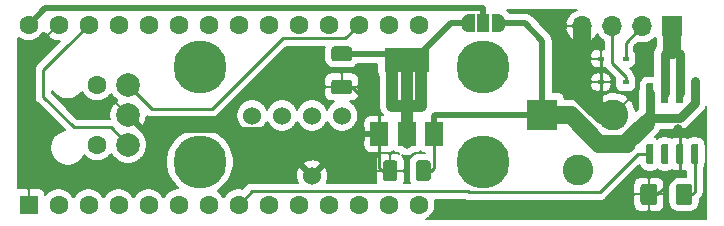
<source format=gtl>
G04 #@! TF.GenerationSoftware,KiCad,Pcbnew,(5.1.5-0-10_14)*
G04 #@! TF.CreationDate,2020-02-22T10:41:04+08:00*
G04 #@! TF.ProjectId,audio-board,61756469-6f2d-4626-9f61-72642e6b6963,rev?*
G04 #@! TF.SameCoordinates,Original*
G04 #@! TF.FileFunction,Copper,L1,Top*
G04 #@! TF.FilePolarity,Positive*
%FSLAX46Y46*%
G04 Gerber Fmt 4.6, Leading zero omitted, Abs format (unit mm)*
G04 Created by KiCad (PCBNEW (5.1.5-0-10_14)) date 2020-02-22 10:41:04*
%MOMM*%
%LPD*%
G04 APERTURE LIST*
%ADD10C,2.000000*%
%ADD11C,1.600000*%
%ADD12C,1.524000*%
%ADD13R,1.600000X1.600000*%
%ADD14R,3.800000X2.000000*%
%ADD15R,1.500000X2.000000*%
%ADD16C,0.100000*%
%ADD17C,4.500000*%
%ADD18R,2.600000X2.600000*%
%ADD19C,2.600000*%
%ADD20R,1.700000X1.700000*%
%ADD21O,1.700000X1.700000*%
%ADD22R,1.000000X1.500000*%
%ADD23R,0.600000X0.450000*%
%ADD24C,0.800000*%
%ADD25C,0.500000*%
%ADD26C,0.250000*%
%ADD27C,1.500000*%
%ADD28C,0.750000*%
%ADD29C,1.000000*%
%ADD30C,0.200000*%
G04 APERTURE END LIST*
D10*
X122585000Y-96465000D03*
X122585000Y-99005000D03*
X122585000Y-101545000D03*
D11*
X119985000Y-96465000D03*
X119985000Y-101545000D03*
D12*
X140715000Y-99085000D03*
X138175000Y-99085000D03*
X135635000Y-99085000D03*
X133095000Y-99085000D03*
X138175000Y-104165000D03*
D11*
X147185000Y-91385000D03*
X147185000Y-106625000D03*
X144645000Y-91385000D03*
X142105000Y-91385000D03*
X139565000Y-91385000D03*
X137025000Y-91385000D03*
X134485000Y-91385000D03*
X131945000Y-91385000D03*
X129405000Y-91385000D03*
X126865000Y-91385000D03*
X124325000Y-91385000D03*
X121785000Y-91385000D03*
X119245000Y-91385000D03*
X116705000Y-91385000D03*
X114165000Y-91385000D03*
X144645000Y-106625000D03*
X142105000Y-106625000D03*
X139565000Y-106625000D03*
X137025000Y-106625000D03*
X134485000Y-106625000D03*
X131945000Y-106625000D03*
X129405000Y-106625000D03*
X126865000Y-106625000D03*
X124325000Y-106625000D03*
X121785000Y-106625000D03*
X119245000Y-106625000D03*
X116705000Y-106625000D03*
D13*
X114165000Y-106625000D03*
D14*
X146175000Y-94355000D03*
D15*
X146175000Y-100655000D03*
X148475000Y-100655000D03*
X143875000Y-100655000D03*
G04 #@! TA.AperFunction,SMDPad,CuDef*
D16*
G36*
X147974504Y-102881204D02*
G01*
X147998773Y-102884804D01*
X148022571Y-102890765D01*
X148045671Y-102899030D01*
X148067849Y-102909520D01*
X148088893Y-102922133D01*
X148108598Y-102936747D01*
X148126777Y-102953223D01*
X148143253Y-102971402D01*
X148157867Y-102991107D01*
X148170480Y-103012151D01*
X148180970Y-103034329D01*
X148189235Y-103057429D01*
X148195196Y-103081227D01*
X148198796Y-103105496D01*
X148200000Y-103130000D01*
X148200000Y-104380000D01*
X148198796Y-104404504D01*
X148195196Y-104428773D01*
X148189235Y-104452571D01*
X148180970Y-104475671D01*
X148170480Y-104497849D01*
X148157867Y-104518893D01*
X148143253Y-104538598D01*
X148126777Y-104556777D01*
X148108598Y-104573253D01*
X148088893Y-104587867D01*
X148067849Y-104600480D01*
X148045671Y-104610970D01*
X148022571Y-104619235D01*
X147998773Y-104625196D01*
X147974504Y-104628796D01*
X147950000Y-104630000D01*
X147200000Y-104630000D01*
X147175496Y-104628796D01*
X147151227Y-104625196D01*
X147127429Y-104619235D01*
X147104329Y-104610970D01*
X147082151Y-104600480D01*
X147061107Y-104587867D01*
X147041402Y-104573253D01*
X147023223Y-104556777D01*
X147006747Y-104538598D01*
X146992133Y-104518893D01*
X146979520Y-104497849D01*
X146969030Y-104475671D01*
X146960765Y-104452571D01*
X146954804Y-104428773D01*
X146951204Y-104404504D01*
X146950000Y-104380000D01*
X146950000Y-103130000D01*
X146951204Y-103105496D01*
X146954804Y-103081227D01*
X146960765Y-103057429D01*
X146969030Y-103034329D01*
X146979520Y-103012151D01*
X146992133Y-102991107D01*
X147006747Y-102971402D01*
X147023223Y-102953223D01*
X147041402Y-102936747D01*
X147061107Y-102922133D01*
X147082151Y-102909520D01*
X147104329Y-102899030D01*
X147127429Y-102890765D01*
X147151227Y-102884804D01*
X147175496Y-102881204D01*
X147200000Y-102880000D01*
X147950000Y-102880000D01*
X147974504Y-102881204D01*
G37*
G04 #@! TD.AperFunction*
G04 #@! TA.AperFunction,SMDPad,CuDef*
G36*
X145174504Y-102881204D02*
G01*
X145198773Y-102884804D01*
X145222571Y-102890765D01*
X145245671Y-102899030D01*
X145267849Y-102909520D01*
X145288893Y-102922133D01*
X145308598Y-102936747D01*
X145326777Y-102953223D01*
X145343253Y-102971402D01*
X145357867Y-102991107D01*
X145370480Y-103012151D01*
X145380970Y-103034329D01*
X145389235Y-103057429D01*
X145395196Y-103081227D01*
X145398796Y-103105496D01*
X145400000Y-103130000D01*
X145400000Y-104380000D01*
X145398796Y-104404504D01*
X145395196Y-104428773D01*
X145389235Y-104452571D01*
X145380970Y-104475671D01*
X145370480Y-104497849D01*
X145357867Y-104518893D01*
X145343253Y-104538598D01*
X145326777Y-104556777D01*
X145308598Y-104573253D01*
X145288893Y-104587867D01*
X145267849Y-104600480D01*
X145245671Y-104610970D01*
X145222571Y-104619235D01*
X145198773Y-104625196D01*
X145174504Y-104628796D01*
X145150000Y-104630000D01*
X144400000Y-104630000D01*
X144375496Y-104628796D01*
X144351227Y-104625196D01*
X144327429Y-104619235D01*
X144304329Y-104610970D01*
X144282151Y-104600480D01*
X144261107Y-104587867D01*
X144241402Y-104573253D01*
X144223223Y-104556777D01*
X144206747Y-104538598D01*
X144192133Y-104518893D01*
X144179520Y-104497849D01*
X144169030Y-104475671D01*
X144160765Y-104452571D01*
X144154804Y-104428773D01*
X144151204Y-104404504D01*
X144150000Y-104380000D01*
X144150000Y-103130000D01*
X144151204Y-103105496D01*
X144154804Y-103081227D01*
X144160765Y-103057429D01*
X144169030Y-103034329D01*
X144179520Y-103012151D01*
X144192133Y-102991107D01*
X144206747Y-102971402D01*
X144223223Y-102953223D01*
X144241402Y-102936747D01*
X144261107Y-102922133D01*
X144282151Y-102909520D01*
X144304329Y-102899030D01*
X144327429Y-102890765D01*
X144351227Y-102884804D01*
X144375496Y-102881204D01*
X144400000Y-102880000D01*
X145150000Y-102880000D01*
X145174504Y-102881204D01*
G37*
G04 #@! TD.AperFunction*
G04 #@! TA.AperFunction,SMDPad,CuDef*
G36*
X141324504Y-93231204D02*
G01*
X141348773Y-93234804D01*
X141372571Y-93240765D01*
X141395671Y-93249030D01*
X141417849Y-93259520D01*
X141438893Y-93272133D01*
X141458598Y-93286747D01*
X141476777Y-93303223D01*
X141493253Y-93321402D01*
X141507867Y-93341107D01*
X141520480Y-93362151D01*
X141530970Y-93384329D01*
X141539235Y-93407429D01*
X141545196Y-93431227D01*
X141548796Y-93455496D01*
X141550000Y-93480000D01*
X141550000Y-94230000D01*
X141548796Y-94254504D01*
X141545196Y-94278773D01*
X141539235Y-94302571D01*
X141530970Y-94325671D01*
X141520480Y-94347849D01*
X141507867Y-94368893D01*
X141493253Y-94388598D01*
X141476777Y-94406777D01*
X141458598Y-94423253D01*
X141438893Y-94437867D01*
X141417849Y-94450480D01*
X141395671Y-94460970D01*
X141372571Y-94469235D01*
X141348773Y-94475196D01*
X141324504Y-94478796D01*
X141300000Y-94480000D01*
X140050000Y-94480000D01*
X140025496Y-94478796D01*
X140001227Y-94475196D01*
X139977429Y-94469235D01*
X139954329Y-94460970D01*
X139932151Y-94450480D01*
X139911107Y-94437867D01*
X139891402Y-94423253D01*
X139873223Y-94406777D01*
X139856747Y-94388598D01*
X139842133Y-94368893D01*
X139829520Y-94347849D01*
X139819030Y-94325671D01*
X139810765Y-94302571D01*
X139804804Y-94278773D01*
X139801204Y-94254504D01*
X139800000Y-94230000D01*
X139800000Y-93480000D01*
X139801204Y-93455496D01*
X139804804Y-93431227D01*
X139810765Y-93407429D01*
X139819030Y-93384329D01*
X139829520Y-93362151D01*
X139842133Y-93341107D01*
X139856747Y-93321402D01*
X139873223Y-93303223D01*
X139891402Y-93286747D01*
X139911107Y-93272133D01*
X139932151Y-93259520D01*
X139954329Y-93249030D01*
X139977429Y-93240765D01*
X140001227Y-93234804D01*
X140025496Y-93231204D01*
X140050000Y-93230000D01*
X141300000Y-93230000D01*
X141324504Y-93231204D01*
G37*
G04 #@! TD.AperFunction*
G04 #@! TA.AperFunction,SMDPad,CuDef*
G36*
X141324504Y-96031204D02*
G01*
X141348773Y-96034804D01*
X141372571Y-96040765D01*
X141395671Y-96049030D01*
X141417849Y-96059520D01*
X141438893Y-96072133D01*
X141458598Y-96086747D01*
X141476777Y-96103223D01*
X141493253Y-96121402D01*
X141507867Y-96141107D01*
X141520480Y-96162151D01*
X141530970Y-96184329D01*
X141539235Y-96207429D01*
X141545196Y-96231227D01*
X141548796Y-96255496D01*
X141550000Y-96280000D01*
X141550000Y-97030000D01*
X141548796Y-97054504D01*
X141545196Y-97078773D01*
X141539235Y-97102571D01*
X141530970Y-97125671D01*
X141520480Y-97147849D01*
X141507867Y-97168893D01*
X141493253Y-97188598D01*
X141476777Y-97206777D01*
X141458598Y-97223253D01*
X141438893Y-97237867D01*
X141417849Y-97250480D01*
X141395671Y-97260970D01*
X141372571Y-97269235D01*
X141348773Y-97275196D01*
X141324504Y-97278796D01*
X141300000Y-97280000D01*
X140050000Y-97280000D01*
X140025496Y-97278796D01*
X140001227Y-97275196D01*
X139977429Y-97269235D01*
X139954329Y-97260970D01*
X139932151Y-97250480D01*
X139911107Y-97237867D01*
X139891402Y-97223253D01*
X139873223Y-97206777D01*
X139856747Y-97188598D01*
X139842133Y-97168893D01*
X139829520Y-97147849D01*
X139819030Y-97125671D01*
X139810765Y-97102571D01*
X139804804Y-97078773D01*
X139801204Y-97054504D01*
X139800000Y-97030000D01*
X139800000Y-96280000D01*
X139801204Y-96255496D01*
X139804804Y-96231227D01*
X139810765Y-96207429D01*
X139819030Y-96184329D01*
X139829520Y-96162151D01*
X139842133Y-96141107D01*
X139856747Y-96121402D01*
X139873223Y-96103223D01*
X139891402Y-96086747D01*
X139911107Y-96072133D01*
X139932151Y-96059520D01*
X139954329Y-96049030D01*
X139977429Y-96040765D01*
X140001227Y-96034804D01*
X140025496Y-96031204D01*
X140050000Y-96030000D01*
X141300000Y-96030000D01*
X141324504Y-96031204D01*
G37*
G04 #@! TD.AperFunction*
D17*
X128675000Y-95005000D03*
X128675000Y-103005000D03*
X152675000Y-95005000D03*
X152675000Y-103005000D03*
D18*
X157675000Y-99005000D03*
D19*
X163675000Y-99005000D03*
X160675000Y-103705000D03*
G04 #@! TA.AperFunction,SMDPad,CuDef*
D16*
G36*
X167174504Y-104881204D02*
G01*
X167198773Y-104884804D01*
X167222571Y-104890765D01*
X167245671Y-104899030D01*
X167267849Y-104909520D01*
X167288893Y-104922133D01*
X167308598Y-104936747D01*
X167326777Y-104953223D01*
X167343253Y-104971402D01*
X167357867Y-104991107D01*
X167370480Y-105012151D01*
X167380970Y-105034329D01*
X167389235Y-105057429D01*
X167395196Y-105081227D01*
X167398796Y-105105496D01*
X167400000Y-105130000D01*
X167400000Y-106380000D01*
X167398796Y-106404504D01*
X167395196Y-106428773D01*
X167389235Y-106452571D01*
X167380970Y-106475671D01*
X167370480Y-106497849D01*
X167357867Y-106518893D01*
X167343253Y-106538598D01*
X167326777Y-106556777D01*
X167308598Y-106573253D01*
X167288893Y-106587867D01*
X167267849Y-106600480D01*
X167245671Y-106610970D01*
X167222571Y-106619235D01*
X167198773Y-106625196D01*
X167174504Y-106628796D01*
X167150000Y-106630000D01*
X166225000Y-106630000D01*
X166200496Y-106628796D01*
X166176227Y-106625196D01*
X166152429Y-106619235D01*
X166129329Y-106610970D01*
X166107151Y-106600480D01*
X166086107Y-106587867D01*
X166066402Y-106573253D01*
X166048223Y-106556777D01*
X166031747Y-106538598D01*
X166017133Y-106518893D01*
X166004520Y-106497849D01*
X165994030Y-106475671D01*
X165985765Y-106452571D01*
X165979804Y-106428773D01*
X165976204Y-106404504D01*
X165975000Y-106380000D01*
X165975000Y-105130000D01*
X165976204Y-105105496D01*
X165979804Y-105081227D01*
X165985765Y-105057429D01*
X165994030Y-105034329D01*
X166004520Y-105012151D01*
X166017133Y-104991107D01*
X166031747Y-104971402D01*
X166048223Y-104953223D01*
X166066402Y-104936747D01*
X166086107Y-104922133D01*
X166107151Y-104909520D01*
X166129329Y-104899030D01*
X166152429Y-104890765D01*
X166176227Y-104884804D01*
X166200496Y-104881204D01*
X166225000Y-104880000D01*
X167150000Y-104880000D01*
X167174504Y-104881204D01*
G37*
G04 #@! TD.AperFunction*
G04 #@! TA.AperFunction,SMDPad,CuDef*
G36*
X170149504Y-104881204D02*
G01*
X170173773Y-104884804D01*
X170197571Y-104890765D01*
X170220671Y-104899030D01*
X170242849Y-104909520D01*
X170263893Y-104922133D01*
X170283598Y-104936747D01*
X170301777Y-104953223D01*
X170318253Y-104971402D01*
X170332867Y-104991107D01*
X170345480Y-105012151D01*
X170355970Y-105034329D01*
X170364235Y-105057429D01*
X170370196Y-105081227D01*
X170373796Y-105105496D01*
X170375000Y-105130000D01*
X170375000Y-106380000D01*
X170373796Y-106404504D01*
X170370196Y-106428773D01*
X170364235Y-106452571D01*
X170355970Y-106475671D01*
X170345480Y-106497849D01*
X170332867Y-106518893D01*
X170318253Y-106538598D01*
X170301777Y-106556777D01*
X170283598Y-106573253D01*
X170263893Y-106587867D01*
X170242849Y-106600480D01*
X170220671Y-106610970D01*
X170197571Y-106619235D01*
X170173773Y-106625196D01*
X170149504Y-106628796D01*
X170125000Y-106630000D01*
X169200000Y-106630000D01*
X169175496Y-106628796D01*
X169151227Y-106625196D01*
X169127429Y-106619235D01*
X169104329Y-106610970D01*
X169082151Y-106600480D01*
X169061107Y-106587867D01*
X169041402Y-106573253D01*
X169023223Y-106556777D01*
X169006747Y-106538598D01*
X168992133Y-106518893D01*
X168979520Y-106497849D01*
X168969030Y-106475671D01*
X168960765Y-106452571D01*
X168954804Y-106428773D01*
X168951204Y-106404504D01*
X168950000Y-106380000D01*
X168950000Y-105130000D01*
X168951204Y-105105496D01*
X168954804Y-105081227D01*
X168960765Y-105057429D01*
X168969030Y-105034329D01*
X168979520Y-105012151D01*
X168992133Y-104991107D01*
X169006747Y-104971402D01*
X169023223Y-104953223D01*
X169041402Y-104936747D01*
X169061107Y-104922133D01*
X169082151Y-104909520D01*
X169104329Y-104899030D01*
X169127429Y-104890765D01*
X169151227Y-104884804D01*
X169175496Y-104881204D01*
X169200000Y-104880000D01*
X170125000Y-104880000D01*
X170149504Y-104881204D01*
G37*
G04 #@! TD.AperFunction*
G04 #@! TA.AperFunction,SMDPad,CuDef*
G36*
X166934703Y-101455722D02*
G01*
X166949264Y-101457882D01*
X166963543Y-101461459D01*
X166977403Y-101466418D01*
X166990710Y-101472712D01*
X167003336Y-101480280D01*
X167015159Y-101489048D01*
X167026066Y-101498934D01*
X167035952Y-101509841D01*
X167044720Y-101521664D01*
X167052288Y-101534290D01*
X167058582Y-101547597D01*
X167063541Y-101561457D01*
X167067118Y-101575736D01*
X167069278Y-101590297D01*
X167070000Y-101605000D01*
X167070000Y-103055000D01*
X167069278Y-103069703D01*
X167067118Y-103084264D01*
X167063541Y-103098543D01*
X167058582Y-103112403D01*
X167052288Y-103125710D01*
X167044720Y-103138336D01*
X167035952Y-103150159D01*
X167026066Y-103161066D01*
X167015159Y-103170952D01*
X167003336Y-103179720D01*
X166990710Y-103187288D01*
X166977403Y-103193582D01*
X166963543Y-103198541D01*
X166949264Y-103202118D01*
X166934703Y-103204278D01*
X166920000Y-103205000D01*
X166620000Y-103205000D01*
X166605297Y-103204278D01*
X166590736Y-103202118D01*
X166576457Y-103198541D01*
X166562597Y-103193582D01*
X166549290Y-103187288D01*
X166536664Y-103179720D01*
X166524841Y-103170952D01*
X166513934Y-103161066D01*
X166504048Y-103150159D01*
X166495280Y-103138336D01*
X166487712Y-103125710D01*
X166481418Y-103112403D01*
X166476459Y-103098543D01*
X166472882Y-103084264D01*
X166470722Y-103069703D01*
X166470000Y-103055000D01*
X166470000Y-101605000D01*
X166470722Y-101590297D01*
X166472882Y-101575736D01*
X166476459Y-101561457D01*
X166481418Y-101547597D01*
X166487712Y-101534290D01*
X166495280Y-101521664D01*
X166504048Y-101509841D01*
X166513934Y-101498934D01*
X166524841Y-101489048D01*
X166536664Y-101480280D01*
X166549290Y-101472712D01*
X166562597Y-101466418D01*
X166576457Y-101461459D01*
X166590736Y-101457882D01*
X166605297Y-101455722D01*
X166620000Y-101455000D01*
X166920000Y-101455000D01*
X166934703Y-101455722D01*
G37*
G04 #@! TD.AperFunction*
G04 #@! TA.AperFunction,SMDPad,CuDef*
G36*
X168204703Y-101455722D02*
G01*
X168219264Y-101457882D01*
X168233543Y-101461459D01*
X168247403Y-101466418D01*
X168260710Y-101472712D01*
X168273336Y-101480280D01*
X168285159Y-101489048D01*
X168296066Y-101498934D01*
X168305952Y-101509841D01*
X168314720Y-101521664D01*
X168322288Y-101534290D01*
X168328582Y-101547597D01*
X168333541Y-101561457D01*
X168337118Y-101575736D01*
X168339278Y-101590297D01*
X168340000Y-101605000D01*
X168340000Y-103055000D01*
X168339278Y-103069703D01*
X168337118Y-103084264D01*
X168333541Y-103098543D01*
X168328582Y-103112403D01*
X168322288Y-103125710D01*
X168314720Y-103138336D01*
X168305952Y-103150159D01*
X168296066Y-103161066D01*
X168285159Y-103170952D01*
X168273336Y-103179720D01*
X168260710Y-103187288D01*
X168247403Y-103193582D01*
X168233543Y-103198541D01*
X168219264Y-103202118D01*
X168204703Y-103204278D01*
X168190000Y-103205000D01*
X167890000Y-103205000D01*
X167875297Y-103204278D01*
X167860736Y-103202118D01*
X167846457Y-103198541D01*
X167832597Y-103193582D01*
X167819290Y-103187288D01*
X167806664Y-103179720D01*
X167794841Y-103170952D01*
X167783934Y-103161066D01*
X167774048Y-103150159D01*
X167765280Y-103138336D01*
X167757712Y-103125710D01*
X167751418Y-103112403D01*
X167746459Y-103098543D01*
X167742882Y-103084264D01*
X167740722Y-103069703D01*
X167740000Y-103055000D01*
X167740000Y-101605000D01*
X167740722Y-101590297D01*
X167742882Y-101575736D01*
X167746459Y-101561457D01*
X167751418Y-101547597D01*
X167757712Y-101534290D01*
X167765280Y-101521664D01*
X167774048Y-101509841D01*
X167783934Y-101498934D01*
X167794841Y-101489048D01*
X167806664Y-101480280D01*
X167819290Y-101472712D01*
X167832597Y-101466418D01*
X167846457Y-101461459D01*
X167860736Y-101457882D01*
X167875297Y-101455722D01*
X167890000Y-101455000D01*
X168190000Y-101455000D01*
X168204703Y-101455722D01*
G37*
G04 #@! TD.AperFunction*
G04 #@! TA.AperFunction,SMDPad,CuDef*
G36*
X169474703Y-101455722D02*
G01*
X169489264Y-101457882D01*
X169503543Y-101461459D01*
X169517403Y-101466418D01*
X169530710Y-101472712D01*
X169543336Y-101480280D01*
X169555159Y-101489048D01*
X169566066Y-101498934D01*
X169575952Y-101509841D01*
X169584720Y-101521664D01*
X169592288Y-101534290D01*
X169598582Y-101547597D01*
X169603541Y-101561457D01*
X169607118Y-101575736D01*
X169609278Y-101590297D01*
X169610000Y-101605000D01*
X169610000Y-103055000D01*
X169609278Y-103069703D01*
X169607118Y-103084264D01*
X169603541Y-103098543D01*
X169598582Y-103112403D01*
X169592288Y-103125710D01*
X169584720Y-103138336D01*
X169575952Y-103150159D01*
X169566066Y-103161066D01*
X169555159Y-103170952D01*
X169543336Y-103179720D01*
X169530710Y-103187288D01*
X169517403Y-103193582D01*
X169503543Y-103198541D01*
X169489264Y-103202118D01*
X169474703Y-103204278D01*
X169460000Y-103205000D01*
X169160000Y-103205000D01*
X169145297Y-103204278D01*
X169130736Y-103202118D01*
X169116457Y-103198541D01*
X169102597Y-103193582D01*
X169089290Y-103187288D01*
X169076664Y-103179720D01*
X169064841Y-103170952D01*
X169053934Y-103161066D01*
X169044048Y-103150159D01*
X169035280Y-103138336D01*
X169027712Y-103125710D01*
X169021418Y-103112403D01*
X169016459Y-103098543D01*
X169012882Y-103084264D01*
X169010722Y-103069703D01*
X169010000Y-103055000D01*
X169010000Y-101605000D01*
X169010722Y-101590297D01*
X169012882Y-101575736D01*
X169016459Y-101561457D01*
X169021418Y-101547597D01*
X169027712Y-101534290D01*
X169035280Y-101521664D01*
X169044048Y-101509841D01*
X169053934Y-101498934D01*
X169064841Y-101489048D01*
X169076664Y-101480280D01*
X169089290Y-101472712D01*
X169102597Y-101466418D01*
X169116457Y-101461459D01*
X169130736Y-101457882D01*
X169145297Y-101455722D01*
X169160000Y-101455000D01*
X169460000Y-101455000D01*
X169474703Y-101455722D01*
G37*
G04 #@! TD.AperFunction*
G04 #@! TA.AperFunction,SMDPad,CuDef*
G36*
X170744703Y-101455722D02*
G01*
X170759264Y-101457882D01*
X170773543Y-101461459D01*
X170787403Y-101466418D01*
X170800710Y-101472712D01*
X170813336Y-101480280D01*
X170825159Y-101489048D01*
X170836066Y-101498934D01*
X170845952Y-101509841D01*
X170854720Y-101521664D01*
X170862288Y-101534290D01*
X170868582Y-101547597D01*
X170873541Y-101561457D01*
X170877118Y-101575736D01*
X170879278Y-101590297D01*
X170880000Y-101605000D01*
X170880000Y-103055000D01*
X170879278Y-103069703D01*
X170877118Y-103084264D01*
X170873541Y-103098543D01*
X170868582Y-103112403D01*
X170862288Y-103125710D01*
X170854720Y-103138336D01*
X170845952Y-103150159D01*
X170836066Y-103161066D01*
X170825159Y-103170952D01*
X170813336Y-103179720D01*
X170800710Y-103187288D01*
X170787403Y-103193582D01*
X170773543Y-103198541D01*
X170759264Y-103202118D01*
X170744703Y-103204278D01*
X170730000Y-103205000D01*
X170430000Y-103205000D01*
X170415297Y-103204278D01*
X170400736Y-103202118D01*
X170386457Y-103198541D01*
X170372597Y-103193582D01*
X170359290Y-103187288D01*
X170346664Y-103179720D01*
X170334841Y-103170952D01*
X170323934Y-103161066D01*
X170314048Y-103150159D01*
X170305280Y-103138336D01*
X170297712Y-103125710D01*
X170291418Y-103112403D01*
X170286459Y-103098543D01*
X170282882Y-103084264D01*
X170280722Y-103069703D01*
X170280000Y-103055000D01*
X170280000Y-101605000D01*
X170280722Y-101590297D01*
X170282882Y-101575736D01*
X170286459Y-101561457D01*
X170291418Y-101547597D01*
X170297712Y-101534290D01*
X170305280Y-101521664D01*
X170314048Y-101509841D01*
X170323934Y-101498934D01*
X170334841Y-101489048D01*
X170346664Y-101480280D01*
X170359290Y-101472712D01*
X170372597Y-101466418D01*
X170386457Y-101461459D01*
X170400736Y-101457882D01*
X170415297Y-101455722D01*
X170430000Y-101455000D01*
X170730000Y-101455000D01*
X170744703Y-101455722D01*
G37*
G04 #@! TD.AperFunction*
G04 #@! TA.AperFunction,SMDPad,CuDef*
G36*
X170744703Y-96305722D02*
G01*
X170759264Y-96307882D01*
X170773543Y-96311459D01*
X170787403Y-96316418D01*
X170800710Y-96322712D01*
X170813336Y-96330280D01*
X170825159Y-96339048D01*
X170836066Y-96348934D01*
X170845952Y-96359841D01*
X170854720Y-96371664D01*
X170862288Y-96384290D01*
X170868582Y-96397597D01*
X170873541Y-96411457D01*
X170877118Y-96425736D01*
X170879278Y-96440297D01*
X170880000Y-96455000D01*
X170880000Y-97905000D01*
X170879278Y-97919703D01*
X170877118Y-97934264D01*
X170873541Y-97948543D01*
X170868582Y-97962403D01*
X170862288Y-97975710D01*
X170854720Y-97988336D01*
X170845952Y-98000159D01*
X170836066Y-98011066D01*
X170825159Y-98020952D01*
X170813336Y-98029720D01*
X170800710Y-98037288D01*
X170787403Y-98043582D01*
X170773543Y-98048541D01*
X170759264Y-98052118D01*
X170744703Y-98054278D01*
X170730000Y-98055000D01*
X170430000Y-98055000D01*
X170415297Y-98054278D01*
X170400736Y-98052118D01*
X170386457Y-98048541D01*
X170372597Y-98043582D01*
X170359290Y-98037288D01*
X170346664Y-98029720D01*
X170334841Y-98020952D01*
X170323934Y-98011066D01*
X170314048Y-98000159D01*
X170305280Y-97988336D01*
X170297712Y-97975710D01*
X170291418Y-97962403D01*
X170286459Y-97948543D01*
X170282882Y-97934264D01*
X170280722Y-97919703D01*
X170280000Y-97905000D01*
X170280000Y-96455000D01*
X170280722Y-96440297D01*
X170282882Y-96425736D01*
X170286459Y-96411457D01*
X170291418Y-96397597D01*
X170297712Y-96384290D01*
X170305280Y-96371664D01*
X170314048Y-96359841D01*
X170323934Y-96348934D01*
X170334841Y-96339048D01*
X170346664Y-96330280D01*
X170359290Y-96322712D01*
X170372597Y-96316418D01*
X170386457Y-96311459D01*
X170400736Y-96307882D01*
X170415297Y-96305722D01*
X170430000Y-96305000D01*
X170730000Y-96305000D01*
X170744703Y-96305722D01*
G37*
G04 #@! TD.AperFunction*
G04 #@! TA.AperFunction,SMDPad,CuDef*
G36*
X169474703Y-96305722D02*
G01*
X169489264Y-96307882D01*
X169503543Y-96311459D01*
X169517403Y-96316418D01*
X169530710Y-96322712D01*
X169543336Y-96330280D01*
X169555159Y-96339048D01*
X169566066Y-96348934D01*
X169575952Y-96359841D01*
X169584720Y-96371664D01*
X169592288Y-96384290D01*
X169598582Y-96397597D01*
X169603541Y-96411457D01*
X169607118Y-96425736D01*
X169609278Y-96440297D01*
X169610000Y-96455000D01*
X169610000Y-97905000D01*
X169609278Y-97919703D01*
X169607118Y-97934264D01*
X169603541Y-97948543D01*
X169598582Y-97962403D01*
X169592288Y-97975710D01*
X169584720Y-97988336D01*
X169575952Y-98000159D01*
X169566066Y-98011066D01*
X169555159Y-98020952D01*
X169543336Y-98029720D01*
X169530710Y-98037288D01*
X169517403Y-98043582D01*
X169503543Y-98048541D01*
X169489264Y-98052118D01*
X169474703Y-98054278D01*
X169460000Y-98055000D01*
X169160000Y-98055000D01*
X169145297Y-98054278D01*
X169130736Y-98052118D01*
X169116457Y-98048541D01*
X169102597Y-98043582D01*
X169089290Y-98037288D01*
X169076664Y-98029720D01*
X169064841Y-98020952D01*
X169053934Y-98011066D01*
X169044048Y-98000159D01*
X169035280Y-97988336D01*
X169027712Y-97975710D01*
X169021418Y-97962403D01*
X169016459Y-97948543D01*
X169012882Y-97934264D01*
X169010722Y-97919703D01*
X169010000Y-97905000D01*
X169010000Y-96455000D01*
X169010722Y-96440297D01*
X169012882Y-96425736D01*
X169016459Y-96411457D01*
X169021418Y-96397597D01*
X169027712Y-96384290D01*
X169035280Y-96371664D01*
X169044048Y-96359841D01*
X169053934Y-96348934D01*
X169064841Y-96339048D01*
X169076664Y-96330280D01*
X169089290Y-96322712D01*
X169102597Y-96316418D01*
X169116457Y-96311459D01*
X169130736Y-96307882D01*
X169145297Y-96305722D01*
X169160000Y-96305000D01*
X169460000Y-96305000D01*
X169474703Y-96305722D01*
G37*
G04 #@! TD.AperFunction*
G04 #@! TA.AperFunction,SMDPad,CuDef*
G36*
X168204703Y-96305722D02*
G01*
X168219264Y-96307882D01*
X168233543Y-96311459D01*
X168247403Y-96316418D01*
X168260710Y-96322712D01*
X168273336Y-96330280D01*
X168285159Y-96339048D01*
X168296066Y-96348934D01*
X168305952Y-96359841D01*
X168314720Y-96371664D01*
X168322288Y-96384290D01*
X168328582Y-96397597D01*
X168333541Y-96411457D01*
X168337118Y-96425736D01*
X168339278Y-96440297D01*
X168340000Y-96455000D01*
X168340000Y-97905000D01*
X168339278Y-97919703D01*
X168337118Y-97934264D01*
X168333541Y-97948543D01*
X168328582Y-97962403D01*
X168322288Y-97975710D01*
X168314720Y-97988336D01*
X168305952Y-98000159D01*
X168296066Y-98011066D01*
X168285159Y-98020952D01*
X168273336Y-98029720D01*
X168260710Y-98037288D01*
X168247403Y-98043582D01*
X168233543Y-98048541D01*
X168219264Y-98052118D01*
X168204703Y-98054278D01*
X168190000Y-98055000D01*
X167890000Y-98055000D01*
X167875297Y-98054278D01*
X167860736Y-98052118D01*
X167846457Y-98048541D01*
X167832597Y-98043582D01*
X167819290Y-98037288D01*
X167806664Y-98029720D01*
X167794841Y-98020952D01*
X167783934Y-98011066D01*
X167774048Y-98000159D01*
X167765280Y-97988336D01*
X167757712Y-97975710D01*
X167751418Y-97962403D01*
X167746459Y-97948543D01*
X167742882Y-97934264D01*
X167740722Y-97919703D01*
X167740000Y-97905000D01*
X167740000Y-96455000D01*
X167740722Y-96440297D01*
X167742882Y-96425736D01*
X167746459Y-96411457D01*
X167751418Y-96397597D01*
X167757712Y-96384290D01*
X167765280Y-96371664D01*
X167774048Y-96359841D01*
X167783934Y-96348934D01*
X167794841Y-96339048D01*
X167806664Y-96330280D01*
X167819290Y-96322712D01*
X167832597Y-96316418D01*
X167846457Y-96311459D01*
X167860736Y-96307882D01*
X167875297Y-96305722D01*
X167890000Y-96305000D01*
X168190000Y-96305000D01*
X168204703Y-96305722D01*
G37*
G04 #@! TD.AperFunction*
G04 #@! TA.AperFunction,SMDPad,CuDef*
G36*
X166934703Y-96305722D02*
G01*
X166949264Y-96307882D01*
X166963543Y-96311459D01*
X166977403Y-96316418D01*
X166990710Y-96322712D01*
X167003336Y-96330280D01*
X167015159Y-96339048D01*
X167026066Y-96348934D01*
X167035952Y-96359841D01*
X167044720Y-96371664D01*
X167052288Y-96384290D01*
X167058582Y-96397597D01*
X167063541Y-96411457D01*
X167067118Y-96425736D01*
X167069278Y-96440297D01*
X167070000Y-96455000D01*
X167070000Y-97905000D01*
X167069278Y-97919703D01*
X167067118Y-97934264D01*
X167063541Y-97948543D01*
X167058582Y-97962403D01*
X167052288Y-97975710D01*
X167044720Y-97988336D01*
X167035952Y-98000159D01*
X167026066Y-98011066D01*
X167015159Y-98020952D01*
X167003336Y-98029720D01*
X166990710Y-98037288D01*
X166977403Y-98043582D01*
X166963543Y-98048541D01*
X166949264Y-98052118D01*
X166934703Y-98054278D01*
X166920000Y-98055000D01*
X166620000Y-98055000D01*
X166605297Y-98054278D01*
X166590736Y-98052118D01*
X166576457Y-98048541D01*
X166562597Y-98043582D01*
X166549290Y-98037288D01*
X166536664Y-98029720D01*
X166524841Y-98020952D01*
X166513934Y-98011066D01*
X166504048Y-98000159D01*
X166495280Y-97988336D01*
X166487712Y-97975710D01*
X166481418Y-97962403D01*
X166476459Y-97948543D01*
X166472882Y-97934264D01*
X166470722Y-97919703D01*
X166470000Y-97905000D01*
X166470000Y-96455000D01*
X166470722Y-96440297D01*
X166472882Y-96425736D01*
X166476459Y-96411457D01*
X166481418Y-96397597D01*
X166487712Y-96384290D01*
X166495280Y-96371664D01*
X166504048Y-96359841D01*
X166513934Y-96348934D01*
X166524841Y-96339048D01*
X166536664Y-96330280D01*
X166549290Y-96322712D01*
X166562597Y-96316418D01*
X166576457Y-96311459D01*
X166590736Y-96307882D01*
X166605297Y-96305722D01*
X166620000Y-96305000D01*
X166920000Y-96305000D01*
X166934703Y-96305722D01*
G37*
G04 #@! TD.AperFunction*
D20*
X168675000Y-91505000D03*
D21*
X166135000Y-91505000D03*
X163595000Y-91505000D03*
X161055000Y-91505000D03*
G04 #@! TA.AperFunction,SMDPad,CuDef*
D16*
G36*
X151925000Y-92005000D02*
G01*
X151375000Y-92005000D01*
X151375000Y-92004398D01*
X151350466Y-92004398D01*
X151301635Y-91999588D01*
X151253510Y-91990016D01*
X151206555Y-91975772D01*
X151161222Y-91956995D01*
X151117949Y-91933864D01*
X151077150Y-91906604D01*
X151039221Y-91875476D01*
X151004524Y-91840779D01*
X150973396Y-91802850D01*
X150946136Y-91762051D01*
X150923005Y-91718778D01*
X150904228Y-91673445D01*
X150889984Y-91626490D01*
X150880412Y-91578365D01*
X150875602Y-91529534D01*
X150875602Y-91505000D01*
X150875000Y-91505000D01*
X150875000Y-91005000D01*
X150875602Y-91005000D01*
X150875602Y-90980466D01*
X150880412Y-90931635D01*
X150889984Y-90883510D01*
X150904228Y-90836555D01*
X150923005Y-90791222D01*
X150946136Y-90747949D01*
X150973396Y-90707150D01*
X151004524Y-90669221D01*
X151039221Y-90634524D01*
X151077150Y-90603396D01*
X151117949Y-90576136D01*
X151161222Y-90553005D01*
X151206555Y-90534228D01*
X151253510Y-90519984D01*
X151301635Y-90510412D01*
X151350466Y-90505602D01*
X151375000Y-90505602D01*
X151375000Y-90505000D01*
X151925000Y-90505000D01*
X151925000Y-92005000D01*
G37*
G04 #@! TD.AperFunction*
G04 #@! TA.AperFunction,SMDPad,CuDef*
G36*
X153975000Y-90505602D02*
G01*
X153999534Y-90505602D01*
X154048365Y-90510412D01*
X154096490Y-90519984D01*
X154143445Y-90534228D01*
X154188778Y-90553005D01*
X154232051Y-90576136D01*
X154272850Y-90603396D01*
X154310779Y-90634524D01*
X154345476Y-90669221D01*
X154376604Y-90707150D01*
X154403864Y-90747949D01*
X154426995Y-90791222D01*
X154445772Y-90836555D01*
X154460016Y-90883510D01*
X154469588Y-90931635D01*
X154474398Y-90980466D01*
X154474398Y-91005000D01*
X154475000Y-91005000D01*
X154475000Y-91505000D01*
X154474398Y-91505000D01*
X154474398Y-91529534D01*
X154469588Y-91578365D01*
X154460016Y-91626490D01*
X154445772Y-91673445D01*
X154426995Y-91718778D01*
X154403864Y-91762051D01*
X154376604Y-91802850D01*
X154345476Y-91840779D01*
X154310779Y-91875476D01*
X154272850Y-91906604D01*
X154232051Y-91933864D01*
X154188778Y-91956995D01*
X154143445Y-91975772D01*
X154096490Y-91990016D01*
X154048365Y-91999588D01*
X153999534Y-92004398D01*
X153975000Y-92004398D01*
X153975000Y-92005000D01*
X153425000Y-92005000D01*
X153425000Y-90505000D01*
X153975000Y-90505000D01*
X153975000Y-90505602D01*
G37*
G04 #@! TD.AperFunction*
D22*
X152675000Y-91255000D03*
D23*
X164725000Y-96255000D03*
X162625000Y-96255000D03*
X162625000Y-94255000D03*
X164725000Y-94255000D03*
D24*
X169175000Y-100255000D03*
X144925000Y-93755000D03*
X146175000Y-93755000D03*
X147425000Y-93755000D03*
X146175000Y-101505000D03*
X144925000Y-94755000D03*
X146175000Y-94755000D03*
X146175000Y-100255000D03*
X147425000Y-94755000D03*
X146175000Y-95755000D03*
X146175000Y-97005000D03*
X146175000Y-98255000D03*
X147425000Y-98255000D03*
X147425000Y-97005000D03*
X147425000Y-95755000D03*
X144925000Y-95755000D03*
X144925000Y-97005000D03*
X144925000Y-98255000D03*
X146175000Y-99255000D03*
D25*
X141685000Y-100655000D02*
X138175000Y-104165000D01*
X143875000Y-100655000D02*
X141685000Y-100655000D01*
D26*
X143875000Y-98980000D02*
X143875000Y-99405000D01*
X141550000Y-96655000D02*
X143875000Y-98980000D01*
X143875000Y-99405000D02*
X143875000Y-100655000D01*
X140675000Y-96655000D02*
X141550000Y-96655000D01*
X144150000Y-103755000D02*
X144775000Y-103755000D01*
X143875000Y-103480000D02*
X144150000Y-103755000D01*
X143875000Y-100655000D02*
X143875000Y-103480000D01*
D25*
X137413001Y-103403001D02*
X138175000Y-104165000D01*
X134307001Y-100297001D02*
X137413001Y-103403001D01*
X123877001Y-100297001D02*
X134307001Y-100297001D01*
X122585000Y-99005000D02*
X123877001Y-100297001D01*
D27*
X161055000Y-97385000D02*
X162675000Y-99005000D01*
X162675000Y-99005000D02*
X163675000Y-99005000D01*
X161055000Y-91505000D02*
X161055000Y-97385000D01*
D26*
X162875000Y-98205000D02*
X163675000Y-99005000D01*
X162625000Y-94255000D02*
X162625000Y-96255000D01*
X162625000Y-97955000D02*
X163675000Y-99005000D01*
X162625000Y-96255000D02*
X162625000Y-97955000D01*
X167400000Y-105755000D02*
X166687500Y-105755000D01*
X169310000Y-103845000D02*
X167400000Y-105755000D01*
X169310000Y-102330000D02*
X169310000Y-103845000D01*
X169310000Y-102330000D02*
X169310000Y-100390000D01*
X169310000Y-100390000D02*
X169175000Y-100255000D01*
D28*
X170580000Y-97055000D02*
X170580000Y-96180000D01*
D25*
X148475000Y-99155000D02*
X148475000Y-100655000D01*
X148625000Y-99005000D02*
X148475000Y-99155000D01*
X157675000Y-99005000D02*
X148625000Y-99005000D01*
D26*
X148200000Y-103755000D02*
X147575000Y-103755000D01*
X148475000Y-103480000D02*
X148200000Y-103755000D01*
X148475000Y-100655000D02*
X148475000Y-103480000D01*
D27*
X160048998Y-99005000D02*
X162498999Y-101455001D01*
X157675000Y-99005000D02*
X160048998Y-99005000D01*
X162498999Y-101455001D02*
X164841863Y-101455001D01*
X164841863Y-101455001D02*
X164841863Y-101338137D01*
X164841863Y-101338137D02*
X166425000Y-99755000D01*
D28*
X166770000Y-97180000D02*
X166770000Y-97600000D01*
X166425000Y-99255000D02*
X166425000Y-99755000D01*
X166770000Y-98910000D02*
X166425000Y-99255000D01*
X166770000Y-97180000D02*
X166770000Y-98910000D01*
D25*
X156207081Y-91255000D02*
X153975000Y-91255000D01*
X157675000Y-92722919D02*
X156207081Y-91255000D01*
X157675000Y-99005000D02*
X157675000Y-92722919D01*
D28*
X170580000Y-98055000D02*
X170580000Y-97180000D01*
X166425000Y-99755000D02*
X166900002Y-99279998D01*
X166900002Y-99279998D02*
X169355002Y-99279998D01*
X169355002Y-99279998D02*
X170580000Y-98055000D01*
D26*
X164725000Y-92915000D02*
X166135000Y-91505000D01*
X164725000Y-94255000D02*
X164725000Y-92915000D01*
X163595000Y-92707081D02*
X163595000Y-91505000D01*
X164725000Y-95780000D02*
X163595000Y-94650000D01*
X163595000Y-94650000D02*
X163595000Y-92707081D01*
X164725000Y-96255000D02*
X164725000Y-95780000D01*
D25*
X146175000Y-100655000D02*
X146175000Y-100255000D01*
X145675000Y-93855000D02*
X146175000Y-94355000D01*
X140675000Y-93855000D02*
X145675000Y-93855000D01*
X149925000Y-91255000D02*
X147425000Y-93755000D01*
X151375000Y-91255000D02*
X149925000Y-91255000D01*
D29*
X146175000Y-94355000D02*
X145575000Y-94355000D01*
X146175000Y-94355000D02*
X146175000Y-98255000D01*
X146175000Y-98255000D02*
X146175000Y-100255000D01*
X146175000Y-98255000D02*
X147425000Y-98255000D01*
X147425000Y-94755000D02*
X147425000Y-98255000D01*
X144925000Y-98255000D02*
X146175000Y-98255000D01*
X144925000Y-94755000D02*
X144925000Y-98255000D01*
D26*
X140979999Y-92510001D02*
X135669999Y-92510001D01*
X142105000Y-91385000D02*
X140979999Y-92510001D01*
X135669999Y-92510001D02*
X129675000Y-98505000D01*
X124625000Y-98505000D02*
X122585000Y-96465000D01*
X129675000Y-98505000D02*
X124625000Y-98505000D01*
X117375000Y-93255000D02*
X119245000Y-91385000D01*
X122585000Y-101545000D02*
X121110001Y-100070001D01*
X117990001Y-100070001D02*
X115425000Y-97505000D01*
X115425000Y-97505000D02*
X115425000Y-95205000D01*
X121110001Y-100070001D02*
X117990001Y-100070001D01*
X115425000Y-95205000D02*
X117375000Y-93255000D01*
D28*
X168675000Y-93505000D02*
X168425000Y-93505000D01*
X169310000Y-93890000D02*
X169310000Y-97180000D01*
X168925000Y-93505000D02*
X169310000Y-93890000D01*
X168425000Y-93505000D02*
X168925000Y-93505000D01*
X168040000Y-93890000D02*
X168040000Y-97180000D01*
X168425000Y-93505000D02*
X168040000Y-93890000D01*
D27*
X168675000Y-91505000D02*
X168675000Y-93505000D01*
D26*
X170375000Y-105755000D02*
X169662500Y-105755000D01*
X170580000Y-105550000D02*
X170375000Y-105755000D01*
X170580000Y-102330000D02*
X170580000Y-105550000D01*
X165770000Y-102330000D02*
X166770000Y-102330000D01*
X131945000Y-106625000D02*
X133070001Y-105499999D01*
X162519999Y-105580001D02*
X165770000Y-102330000D01*
X151438999Y-105580001D02*
X162519999Y-105580001D01*
X151358997Y-105499999D02*
X151438999Y-105580001D01*
X133070001Y-105499999D02*
X151358997Y-105499999D01*
D25*
X152675000Y-90005000D02*
X152675000Y-91255000D01*
X115545000Y-90005000D02*
X152675000Y-90005000D01*
X114165000Y-91385000D02*
X115545000Y-90005000D01*
D30*
G36*
X171542001Y-107872000D02*
G01*
X147853066Y-107872000D01*
X148082548Y-107718665D01*
X148278665Y-107522548D01*
X148432754Y-107291938D01*
X148538892Y-107035699D01*
X148593000Y-106763676D01*
X148593000Y-106630000D01*
X165372097Y-106630000D01*
X165383682Y-106747621D01*
X165417990Y-106860721D01*
X165473704Y-106964955D01*
X165548683Y-107056317D01*
X165640045Y-107131296D01*
X165744279Y-107187010D01*
X165857379Y-107221318D01*
X165975000Y-107232903D01*
X166537000Y-107230000D01*
X166687000Y-107080000D01*
X166687000Y-105755500D01*
X166688000Y-105755500D01*
X166688000Y-107080000D01*
X166838000Y-107230000D01*
X167400000Y-107232903D01*
X167517621Y-107221318D01*
X167630721Y-107187010D01*
X167734955Y-107131296D01*
X167826317Y-107056317D01*
X167901296Y-106964955D01*
X167957010Y-106860721D01*
X167991318Y-106747621D01*
X168002903Y-106630000D01*
X168000000Y-105905500D01*
X167850000Y-105755500D01*
X166688000Y-105755500D01*
X166687000Y-105755500D01*
X165525000Y-105755500D01*
X165375000Y-105905500D01*
X165372097Y-106630000D01*
X148593000Y-106630000D01*
X148593000Y-106486324D01*
X148542611Y-106232999D01*
X151105720Y-106232999D01*
X151157133Y-106260480D01*
X151157135Y-106260481D01*
X151295306Y-106302394D01*
X151438999Y-106316547D01*
X151475001Y-106313001D01*
X162483997Y-106313001D01*
X162519999Y-106316547D01*
X162663692Y-106302394D01*
X162675652Y-106298766D01*
X162801863Y-106260481D01*
X162929202Y-106192417D01*
X163040816Y-106100818D01*
X163063772Y-106072846D01*
X164256618Y-104880000D01*
X165372097Y-104880000D01*
X165375000Y-105604500D01*
X165525000Y-105754500D01*
X166687000Y-105754500D01*
X166687000Y-104430000D01*
X166688000Y-104430000D01*
X166688000Y-105754500D01*
X167850000Y-105754500D01*
X168000000Y-105604500D01*
X168001901Y-105130000D01*
X168339059Y-105130000D01*
X168339059Y-106380000D01*
X168355602Y-106547961D01*
X168404594Y-106709468D01*
X168484154Y-106858313D01*
X168591223Y-106988777D01*
X168721687Y-107095846D01*
X168870532Y-107175406D01*
X169032039Y-107224398D01*
X169200000Y-107240941D01*
X170125000Y-107240941D01*
X170292961Y-107224398D01*
X170454468Y-107175406D01*
X170603313Y-107095846D01*
X170733777Y-106988777D01*
X170840846Y-106858313D01*
X170920406Y-106709468D01*
X170969398Y-106547961D01*
X170985941Y-106380000D01*
X170985941Y-106180677D01*
X171072841Y-106093776D01*
X171100817Y-106070817D01*
X171192416Y-105959203D01*
X171260480Y-105831864D01*
X171283948Y-105754500D01*
X171302393Y-105693694D01*
X171316546Y-105550000D01*
X171313000Y-105513998D01*
X171313000Y-103538315D01*
X171362699Y-103477756D01*
X171433018Y-103346200D01*
X171476320Y-103203452D01*
X171490941Y-103055000D01*
X171490941Y-101605000D01*
X171476320Y-101456548D01*
X171433018Y-101313800D01*
X171362699Y-101182244D01*
X171268067Y-101066933D01*
X171152756Y-100972301D01*
X171021200Y-100901982D01*
X170878452Y-100858680D01*
X170730000Y-100844059D01*
X170430000Y-100844059D01*
X170281548Y-100858680D01*
X170138800Y-100901982D01*
X170007244Y-100972301D01*
X169987430Y-100988562D01*
X169944955Y-100953704D01*
X169840721Y-100897990D01*
X169727621Y-100863682D01*
X169610000Y-100852097D01*
X169460500Y-100855000D01*
X169310500Y-101005000D01*
X169310500Y-102329500D01*
X169330500Y-102329500D01*
X169330500Y-102330500D01*
X169310500Y-102330500D01*
X169310500Y-103655000D01*
X169460500Y-103805000D01*
X169610000Y-103807903D01*
X169727621Y-103796318D01*
X169840721Y-103762010D01*
X169847000Y-103758654D01*
X169847001Y-104269059D01*
X169200000Y-104269059D01*
X169032039Y-104285602D01*
X168870532Y-104334594D01*
X168721687Y-104414154D01*
X168591223Y-104521223D01*
X168484154Y-104651687D01*
X168404594Y-104800532D01*
X168355602Y-104962039D01*
X168339059Y-105130000D01*
X168001901Y-105130000D01*
X168002903Y-104880000D01*
X167991318Y-104762379D01*
X167957010Y-104649279D01*
X167901296Y-104545045D01*
X167826317Y-104453683D01*
X167734955Y-104378704D01*
X167630721Y-104322990D01*
X167517621Y-104288682D01*
X167400000Y-104277097D01*
X166838000Y-104280000D01*
X166688000Y-104430000D01*
X166687000Y-104430000D01*
X166537000Y-104280000D01*
X165975000Y-104277097D01*
X165857379Y-104288682D01*
X165744279Y-104322990D01*
X165640045Y-104378704D01*
X165548683Y-104453683D01*
X165473704Y-104545045D01*
X165417990Y-104649279D01*
X165383682Y-104762379D01*
X165372097Y-104880000D01*
X164256618Y-104880000D01*
X165887525Y-103249094D01*
X165916982Y-103346200D01*
X165987301Y-103477756D01*
X166081933Y-103593067D01*
X166197244Y-103687699D01*
X166328800Y-103758018D01*
X166471548Y-103801320D01*
X166620000Y-103815941D01*
X166920000Y-103815941D01*
X167068452Y-103801320D01*
X167211200Y-103758018D01*
X167342756Y-103687699D01*
X167405000Y-103636617D01*
X167467244Y-103687699D01*
X167598800Y-103758018D01*
X167741548Y-103801320D01*
X167890000Y-103815941D01*
X168190000Y-103815941D01*
X168338452Y-103801320D01*
X168481200Y-103758018D01*
X168612756Y-103687699D01*
X168632570Y-103671438D01*
X168675045Y-103706296D01*
X168779279Y-103762010D01*
X168892379Y-103796318D01*
X169010000Y-103807903D01*
X169159500Y-103805000D01*
X169309500Y-103655000D01*
X169309500Y-102330500D01*
X169289500Y-102330500D01*
X169289500Y-102329500D01*
X169309500Y-102329500D01*
X169309500Y-101005000D01*
X169159500Y-100855000D01*
X169010000Y-100852097D01*
X168892379Y-100863682D01*
X168779279Y-100897990D01*
X168675045Y-100953704D01*
X168632570Y-100988562D01*
X168612756Y-100972301D01*
X168481200Y-100901982D01*
X168338452Y-100858680D01*
X168190000Y-100844059D01*
X167890000Y-100844059D01*
X167741548Y-100858680D01*
X167598800Y-100901982D01*
X167467244Y-100972301D01*
X167405000Y-101023383D01*
X167342756Y-100972301D01*
X167211200Y-100901982D01*
X167201471Y-100899031D01*
X167432419Y-100668083D01*
X167559598Y-100513115D01*
X167685697Y-100277199D01*
X167690005Y-100262998D01*
X169306715Y-100262998D01*
X169355002Y-100267754D01*
X169403289Y-100262998D01*
X169403292Y-100262998D01*
X169547704Y-100248775D01*
X169733000Y-100192566D01*
X169903770Y-100101287D01*
X170053451Y-99978447D01*
X170084237Y-99940934D01*
X171240941Y-98784231D01*
X171278449Y-98753449D01*
X171341998Y-98676015D01*
X171401289Y-98603768D01*
X171492568Y-98432998D01*
X171512133Y-98368501D01*
X171542000Y-98270041D01*
X171542001Y-107872000D01*
G37*
X171542001Y-107872000D02*
X147853066Y-107872000D01*
X148082548Y-107718665D01*
X148278665Y-107522548D01*
X148432754Y-107291938D01*
X148538892Y-107035699D01*
X148593000Y-106763676D01*
X148593000Y-106630000D01*
X165372097Y-106630000D01*
X165383682Y-106747621D01*
X165417990Y-106860721D01*
X165473704Y-106964955D01*
X165548683Y-107056317D01*
X165640045Y-107131296D01*
X165744279Y-107187010D01*
X165857379Y-107221318D01*
X165975000Y-107232903D01*
X166537000Y-107230000D01*
X166687000Y-107080000D01*
X166687000Y-105755500D01*
X166688000Y-105755500D01*
X166688000Y-107080000D01*
X166838000Y-107230000D01*
X167400000Y-107232903D01*
X167517621Y-107221318D01*
X167630721Y-107187010D01*
X167734955Y-107131296D01*
X167826317Y-107056317D01*
X167901296Y-106964955D01*
X167957010Y-106860721D01*
X167991318Y-106747621D01*
X168002903Y-106630000D01*
X168000000Y-105905500D01*
X167850000Y-105755500D01*
X166688000Y-105755500D01*
X166687000Y-105755500D01*
X165525000Y-105755500D01*
X165375000Y-105905500D01*
X165372097Y-106630000D01*
X148593000Y-106630000D01*
X148593000Y-106486324D01*
X148542611Y-106232999D01*
X151105720Y-106232999D01*
X151157133Y-106260480D01*
X151157135Y-106260481D01*
X151295306Y-106302394D01*
X151438999Y-106316547D01*
X151475001Y-106313001D01*
X162483997Y-106313001D01*
X162519999Y-106316547D01*
X162663692Y-106302394D01*
X162675652Y-106298766D01*
X162801863Y-106260481D01*
X162929202Y-106192417D01*
X163040816Y-106100818D01*
X163063772Y-106072846D01*
X164256618Y-104880000D01*
X165372097Y-104880000D01*
X165375000Y-105604500D01*
X165525000Y-105754500D01*
X166687000Y-105754500D01*
X166687000Y-104430000D01*
X166688000Y-104430000D01*
X166688000Y-105754500D01*
X167850000Y-105754500D01*
X168000000Y-105604500D01*
X168001901Y-105130000D01*
X168339059Y-105130000D01*
X168339059Y-106380000D01*
X168355602Y-106547961D01*
X168404594Y-106709468D01*
X168484154Y-106858313D01*
X168591223Y-106988777D01*
X168721687Y-107095846D01*
X168870532Y-107175406D01*
X169032039Y-107224398D01*
X169200000Y-107240941D01*
X170125000Y-107240941D01*
X170292961Y-107224398D01*
X170454468Y-107175406D01*
X170603313Y-107095846D01*
X170733777Y-106988777D01*
X170840846Y-106858313D01*
X170920406Y-106709468D01*
X170969398Y-106547961D01*
X170985941Y-106380000D01*
X170985941Y-106180677D01*
X171072841Y-106093776D01*
X171100817Y-106070817D01*
X171192416Y-105959203D01*
X171260480Y-105831864D01*
X171283948Y-105754500D01*
X171302393Y-105693694D01*
X171316546Y-105550000D01*
X171313000Y-105513998D01*
X171313000Y-103538315D01*
X171362699Y-103477756D01*
X171433018Y-103346200D01*
X171476320Y-103203452D01*
X171490941Y-103055000D01*
X171490941Y-101605000D01*
X171476320Y-101456548D01*
X171433018Y-101313800D01*
X171362699Y-101182244D01*
X171268067Y-101066933D01*
X171152756Y-100972301D01*
X171021200Y-100901982D01*
X170878452Y-100858680D01*
X170730000Y-100844059D01*
X170430000Y-100844059D01*
X170281548Y-100858680D01*
X170138800Y-100901982D01*
X170007244Y-100972301D01*
X169987430Y-100988562D01*
X169944955Y-100953704D01*
X169840721Y-100897990D01*
X169727621Y-100863682D01*
X169610000Y-100852097D01*
X169460500Y-100855000D01*
X169310500Y-101005000D01*
X169310500Y-102329500D01*
X169330500Y-102329500D01*
X169330500Y-102330500D01*
X169310500Y-102330500D01*
X169310500Y-103655000D01*
X169460500Y-103805000D01*
X169610000Y-103807903D01*
X169727621Y-103796318D01*
X169840721Y-103762010D01*
X169847000Y-103758654D01*
X169847001Y-104269059D01*
X169200000Y-104269059D01*
X169032039Y-104285602D01*
X168870532Y-104334594D01*
X168721687Y-104414154D01*
X168591223Y-104521223D01*
X168484154Y-104651687D01*
X168404594Y-104800532D01*
X168355602Y-104962039D01*
X168339059Y-105130000D01*
X168001901Y-105130000D01*
X168002903Y-104880000D01*
X167991318Y-104762379D01*
X167957010Y-104649279D01*
X167901296Y-104545045D01*
X167826317Y-104453683D01*
X167734955Y-104378704D01*
X167630721Y-104322990D01*
X167517621Y-104288682D01*
X167400000Y-104277097D01*
X166838000Y-104280000D01*
X166688000Y-104430000D01*
X166687000Y-104430000D01*
X166537000Y-104280000D01*
X165975000Y-104277097D01*
X165857379Y-104288682D01*
X165744279Y-104322990D01*
X165640045Y-104378704D01*
X165548683Y-104453683D01*
X165473704Y-104545045D01*
X165417990Y-104649279D01*
X165383682Y-104762379D01*
X165372097Y-104880000D01*
X164256618Y-104880000D01*
X165887525Y-103249094D01*
X165916982Y-103346200D01*
X165987301Y-103477756D01*
X166081933Y-103593067D01*
X166197244Y-103687699D01*
X166328800Y-103758018D01*
X166471548Y-103801320D01*
X166620000Y-103815941D01*
X166920000Y-103815941D01*
X167068452Y-103801320D01*
X167211200Y-103758018D01*
X167342756Y-103687699D01*
X167405000Y-103636617D01*
X167467244Y-103687699D01*
X167598800Y-103758018D01*
X167741548Y-103801320D01*
X167890000Y-103815941D01*
X168190000Y-103815941D01*
X168338452Y-103801320D01*
X168481200Y-103758018D01*
X168612756Y-103687699D01*
X168632570Y-103671438D01*
X168675045Y-103706296D01*
X168779279Y-103762010D01*
X168892379Y-103796318D01*
X169010000Y-103807903D01*
X169159500Y-103805000D01*
X169309500Y-103655000D01*
X169309500Y-102330500D01*
X169289500Y-102330500D01*
X169289500Y-102329500D01*
X169309500Y-102329500D01*
X169309500Y-101005000D01*
X169159500Y-100855000D01*
X169010000Y-100852097D01*
X168892379Y-100863682D01*
X168779279Y-100897990D01*
X168675045Y-100953704D01*
X168632570Y-100988562D01*
X168612756Y-100972301D01*
X168481200Y-100901982D01*
X168338452Y-100858680D01*
X168190000Y-100844059D01*
X167890000Y-100844059D01*
X167741548Y-100858680D01*
X167598800Y-100901982D01*
X167467244Y-100972301D01*
X167405000Y-101023383D01*
X167342756Y-100972301D01*
X167211200Y-100901982D01*
X167201471Y-100899031D01*
X167432419Y-100668083D01*
X167559598Y-100513115D01*
X167685697Y-100277199D01*
X167690005Y-100262998D01*
X169306715Y-100262998D01*
X169355002Y-100267754D01*
X169403289Y-100262998D01*
X169403292Y-100262998D01*
X169547704Y-100248775D01*
X169733000Y-100192566D01*
X169903770Y-100101287D01*
X170053451Y-99978447D01*
X170084237Y-99940934D01*
X171240941Y-98784231D01*
X171278449Y-98753449D01*
X171341998Y-98676015D01*
X171401289Y-98603768D01*
X171492568Y-98432998D01*
X171512133Y-98368501D01*
X171542000Y-98270041D01*
X171542001Y-107872000D01*
G36*
X116719850Y-91370858D02*
G01*
X116705707Y-91385000D01*
X116719850Y-91399143D01*
X116719143Y-91399850D01*
X116705000Y-91385707D01*
X115816680Y-92274027D01*
X115878524Y-92523398D01*
X116116495Y-92662762D01*
X116377081Y-92753022D01*
X116650270Y-92790710D01*
X116812283Y-92781098D01*
X114932150Y-94661232D01*
X114904184Y-94684183D01*
X114812585Y-94795797D01*
X114774304Y-94867416D01*
X114744521Y-94923136D01*
X114702607Y-95061307D01*
X114688454Y-95205000D01*
X114692001Y-95241012D01*
X114692000Y-97468998D01*
X114688454Y-97505000D01*
X114702607Y-97648693D01*
X114715321Y-97690606D01*
X114744520Y-97786863D01*
X114812584Y-97914202D01*
X114904183Y-98025816D01*
X114932151Y-98048769D01*
X117209597Y-100326216D01*
X117065132Y-100354951D01*
X116790694Y-100468627D01*
X116543706Y-100633660D01*
X116333660Y-100843706D01*
X116168627Y-101090694D01*
X116054951Y-101365132D01*
X115997000Y-101656475D01*
X115997000Y-101953525D01*
X116054951Y-102244868D01*
X116168627Y-102519306D01*
X116333660Y-102766294D01*
X116543706Y-102976340D01*
X116790694Y-103141373D01*
X117065132Y-103255049D01*
X117356475Y-103313000D01*
X117653525Y-103313000D01*
X117944868Y-103255049D01*
X118219306Y-103141373D01*
X118466294Y-102976340D01*
X118676340Y-102766294D01*
X118841373Y-102519306D01*
X118880120Y-102425763D01*
X118891335Y-102442548D01*
X119087452Y-102638665D01*
X119318062Y-102792754D01*
X119574301Y-102898892D01*
X119846324Y-102953000D01*
X120123676Y-102953000D01*
X120395699Y-102898892D01*
X120651938Y-102792754D01*
X120882548Y-102638665D01*
X121078665Y-102442548D01*
X121164731Y-102313741D01*
X121335985Y-102570040D01*
X121559960Y-102794015D01*
X121823327Y-102969991D01*
X122115964Y-103091205D01*
X122426626Y-103153000D01*
X122743374Y-103153000D01*
X123054036Y-103091205D01*
X123346673Y-102969991D01*
X123610040Y-102794015D01*
X123834015Y-102570040D01*
X124009991Y-102306673D01*
X124131205Y-102014036D01*
X124193000Y-101703374D01*
X124193000Y-101386626D01*
X124131205Y-101075964D01*
X124009991Y-100783327D01*
X123834015Y-100519960D01*
X123610040Y-100295985D01*
X123546323Y-100253411D01*
X123615426Y-100036133D01*
X122585000Y-99005707D01*
X122570858Y-99019850D01*
X122570151Y-99019143D01*
X122584293Y-99005000D01*
X121553867Y-97974574D01*
X121284015Y-98060397D01*
X121124730Y-98332357D01*
X121021563Y-98630166D01*
X120978477Y-98942379D01*
X120997129Y-99256999D01*
X121018032Y-99337001D01*
X118293620Y-99337001D01*
X116158000Y-97201382D01*
X116158000Y-96963266D01*
X116293660Y-97166294D01*
X116503706Y-97376340D01*
X116750694Y-97541373D01*
X117025132Y-97655049D01*
X117316475Y-97713000D01*
X117613525Y-97713000D01*
X117904868Y-97655049D01*
X118179306Y-97541373D01*
X118426294Y-97376340D01*
X118636340Y-97166294D01*
X118707416Y-97059922D01*
X118737246Y-97131938D01*
X118891335Y-97362548D01*
X119087452Y-97558665D01*
X119318062Y-97712754D01*
X119574301Y-97818892D01*
X119846324Y-97873000D01*
X120123676Y-97873000D01*
X120395699Y-97818892D01*
X120651938Y-97712754D01*
X120882548Y-97558665D01*
X121078665Y-97362548D01*
X121164731Y-97233741D01*
X121335985Y-97490040D01*
X121559960Y-97714015D01*
X121623677Y-97756589D01*
X121554574Y-97973867D01*
X122585000Y-99004293D01*
X122599143Y-98990151D01*
X122599850Y-98990858D01*
X122585707Y-99005000D01*
X123616133Y-100035426D01*
X123885985Y-99949603D01*
X124045270Y-99677643D01*
X124148437Y-99379834D01*
X124187820Y-99094456D01*
X124215797Y-99117416D01*
X124320156Y-99173197D01*
X124343136Y-99185480D01*
X124481306Y-99227393D01*
X124625000Y-99241546D01*
X124661002Y-99238000D01*
X129638998Y-99238000D01*
X129675000Y-99241546D01*
X129818693Y-99227393D01*
X129833178Y-99222999D01*
X129956864Y-99185480D01*
X130084203Y-99117416D01*
X130195817Y-99025817D01*
X130218773Y-98997845D01*
X130266551Y-98950067D01*
X131725000Y-98950067D01*
X131725000Y-99219933D01*
X131777648Y-99484614D01*
X131880922Y-99733938D01*
X132030851Y-99958324D01*
X132221676Y-100149149D01*
X132446062Y-100299078D01*
X132695386Y-100402352D01*
X132960067Y-100455000D01*
X133229933Y-100455000D01*
X133494614Y-100402352D01*
X133743938Y-100299078D01*
X133968324Y-100149149D01*
X134159149Y-99958324D01*
X134309078Y-99733938D01*
X134365000Y-99598931D01*
X134420922Y-99733938D01*
X134570851Y-99958324D01*
X134761676Y-100149149D01*
X134986062Y-100299078D01*
X135235386Y-100402352D01*
X135500067Y-100455000D01*
X135769933Y-100455000D01*
X136034614Y-100402352D01*
X136283938Y-100299078D01*
X136508324Y-100149149D01*
X136699149Y-99958324D01*
X136849078Y-99733938D01*
X136905000Y-99598931D01*
X136960922Y-99733938D01*
X137110851Y-99958324D01*
X137301676Y-100149149D01*
X137526062Y-100299078D01*
X137775386Y-100402352D01*
X138040067Y-100455000D01*
X138309933Y-100455000D01*
X138574614Y-100402352D01*
X138823938Y-100299078D01*
X139048324Y-100149149D01*
X139239149Y-99958324D01*
X139389078Y-99733938D01*
X139445000Y-99598931D01*
X139500922Y-99733938D01*
X139650851Y-99958324D01*
X139841676Y-100149149D01*
X140066062Y-100299078D01*
X140315386Y-100402352D01*
X140580067Y-100455000D01*
X140849933Y-100455000D01*
X141114614Y-100402352D01*
X141363938Y-100299078D01*
X141588324Y-100149149D01*
X141779149Y-99958324D01*
X141929078Y-99733938D01*
X141961775Y-99655000D01*
X142522097Y-99655000D01*
X142525000Y-100504500D01*
X142675000Y-100654500D01*
X143874500Y-100654500D01*
X143874500Y-99205000D01*
X143724500Y-99055000D01*
X143125000Y-99052097D01*
X143007379Y-99063682D01*
X142894279Y-99097990D01*
X142790045Y-99153704D01*
X142698683Y-99228683D01*
X142623704Y-99320045D01*
X142567990Y-99424279D01*
X142533682Y-99537379D01*
X142522097Y-99655000D01*
X141961775Y-99655000D01*
X142032352Y-99484614D01*
X142085000Y-99219933D01*
X142085000Y-98950067D01*
X142032352Y-98685386D01*
X141929078Y-98436062D01*
X141779149Y-98211676D01*
X141588324Y-98020851D01*
X141380855Y-97882225D01*
X141550000Y-97882903D01*
X141667621Y-97871318D01*
X141780721Y-97837010D01*
X141884955Y-97781296D01*
X141976317Y-97706317D01*
X142051296Y-97614955D01*
X142107010Y-97510721D01*
X142141318Y-97397621D01*
X142152903Y-97280000D01*
X142150000Y-96805500D01*
X142000000Y-96655500D01*
X140675500Y-96655500D01*
X140675500Y-96675500D01*
X140674500Y-96675500D01*
X140674500Y-96655500D01*
X139350000Y-96655500D01*
X139200000Y-96805500D01*
X139197097Y-97280000D01*
X139208682Y-97397621D01*
X139242990Y-97510721D01*
X139298704Y-97614955D01*
X139373683Y-97706317D01*
X139465045Y-97781296D01*
X139569279Y-97837010D01*
X139682379Y-97871318D01*
X139800000Y-97882903D01*
X140049628Y-97881903D01*
X139841676Y-98020851D01*
X139650851Y-98211676D01*
X139500922Y-98436062D01*
X139445000Y-98571069D01*
X139389078Y-98436062D01*
X139239149Y-98211676D01*
X139048324Y-98020851D01*
X138823938Y-97870922D01*
X138574614Y-97767648D01*
X138309933Y-97715000D01*
X138040067Y-97715000D01*
X137775386Y-97767648D01*
X137526062Y-97870922D01*
X137301676Y-98020851D01*
X137110851Y-98211676D01*
X136960922Y-98436062D01*
X136905000Y-98571069D01*
X136849078Y-98436062D01*
X136699149Y-98211676D01*
X136508324Y-98020851D01*
X136283938Y-97870922D01*
X136034614Y-97767648D01*
X135769933Y-97715000D01*
X135500067Y-97715000D01*
X135235386Y-97767648D01*
X134986062Y-97870922D01*
X134761676Y-98020851D01*
X134570851Y-98211676D01*
X134420922Y-98436062D01*
X134365000Y-98571069D01*
X134309078Y-98436062D01*
X134159149Y-98211676D01*
X133968324Y-98020851D01*
X133743938Y-97870922D01*
X133494614Y-97767648D01*
X133229933Y-97715000D01*
X132960067Y-97715000D01*
X132695386Y-97767648D01*
X132446062Y-97870922D01*
X132221676Y-98020851D01*
X132030851Y-98211676D01*
X131880922Y-98436062D01*
X131777648Y-98685386D01*
X131725000Y-98950067D01*
X130266551Y-98950067D01*
X133186618Y-96030000D01*
X139197097Y-96030000D01*
X139200000Y-96504500D01*
X139350000Y-96654500D01*
X140674500Y-96654500D01*
X140674500Y-95580000D01*
X140675500Y-95580000D01*
X140675500Y-96654500D01*
X142000000Y-96654500D01*
X142150000Y-96504500D01*
X142152903Y-96030000D01*
X142141318Y-95912379D01*
X142107010Y-95799279D01*
X142051296Y-95695045D01*
X141976317Y-95603683D01*
X141884955Y-95528704D01*
X141780721Y-95472990D01*
X141667621Y-95438682D01*
X141550000Y-95427097D01*
X140825500Y-95430000D01*
X140675500Y-95580000D01*
X140674500Y-95580000D01*
X140524500Y-95430000D01*
X139800000Y-95427097D01*
X139682379Y-95438682D01*
X139569279Y-95472990D01*
X139465045Y-95528704D01*
X139373683Y-95603683D01*
X139298704Y-95695045D01*
X139242990Y-95799279D01*
X139208682Y-95912379D01*
X139197097Y-96030000D01*
X133186618Y-96030000D01*
X135973617Y-93243001D01*
X139226544Y-93243001D01*
X139205602Y-93312039D01*
X139189059Y-93480000D01*
X139189059Y-94230000D01*
X139205602Y-94397961D01*
X139254594Y-94559468D01*
X139334154Y-94708313D01*
X139441223Y-94838777D01*
X139571687Y-94945846D01*
X139720532Y-95025406D01*
X139882039Y-95074398D01*
X140050000Y-95090941D01*
X141300000Y-95090941D01*
X141467961Y-95074398D01*
X141629468Y-95025406D01*
X141778313Y-94945846D01*
X141908777Y-94838777D01*
X142011999Y-94713000D01*
X143664059Y-94713000D01*
X143664059Y-95355000D01*
X143675798Y-95474189D01*
X143710564Y-95588797D01*
X143767021Y-95694421D01*
X143817000Y-95755321D01*
X143817001Y-98200559D01*
X143811639Y-98255000D01*
X143833032Y-98472206D01*
X143896389Y-98681065D01*
X143999274Y-98873550D01*
X144137735Y-99042265D01*
X144152503Y-99054385D01*
X144025500Y-99055000D01*
X143875500Y-99205000D01*
X143875500Y-100654500D01*
X143895500Y-100654500D01*
X143895500Y-100655500D01*
X143875500Y-100655500D01*
X143875500Y-102105000D01*
X144025500Y-102255000D01*
X144625000Y-102257903D01*
X144742621Y-102246318D01*
X144855721Y-102212010D01*
X144959955Y-102156296D01*
X145018695Y-102108089D01*
X145085579Y-102162979D01*
X145191203Y-102219436D01*
X145305811Y-102254202D01*
X145425000Y-102265941D01*
X145510414Y-102265941D01*
X145532438Y-102287965D01*
X145546723Y-102297510D01*
X145517621Y-102288682D01*
X145400000Y-102277097D01*
X144925500Y-102280000D01*
X144775500Y-102430000D01*
X144775500Y-103754500D01*
X145850000Y-103754500D01*
X146000000Y-103604500D01*
X146002903Y-102880000D01*
X145991318Y-102762379D01*
X145957010Y-102649279D01*
X145901296Y-102545045D01*
X145826317Y-102453683D01*
X145821247Y-102449522D01*
X145880977Y-102474263D01*
X146075721Y-102513000D01*
X146274279Y-102513000D01*
X146469023Y-102474263D01*
X146652467Y-102398278D01*
X146817562Y-102287965D01*
X146839586Y-102265941D01*
X146925000Y-102265941D01*
X147044189Y-102254202D01*
X147158797Y-102219436D01*
X147264421Y-102162979D01*
X147325000Y-102113263D01*
X147385579Y-102162979D01*
X147491203Y-102219436D01*
X147605811Y-102254202D01*
X147725000Y-102265941D01*
X147742001Y-102265941D01*
X147742001Y-102269059D01*
X147200000Y-102269059D01*
X147032039Y-102285602D01*
X146870532Y-102334594D01*
X146721687Y-102414154D01*
X146591223Y-102521223D01*
X146484154Y-102651687D01*
X146404594Y-102800532D01*
X146355602Y-102962039D01*
X146339059Y-103130000D01*
X146339059Y-104380000D01*
X146355602Y-104547961D01*
X146404594Y-104709468D01*
X146435345Y-104766999D01*
X145985440Y-104766999D01*
X145991318Y-104747621D01*
X146002903Y-104630000D01*
X146000000Y-103905500D01*
X145850000Y-103755500D01*
X144775500Y-103755500D01*
X144775500Y-103775500D01*
X144774500Y-103775500D01*
X144774500Y-103755500D01*
X143700000Y-103755500D01*
X143550000Y-103905500D01*
X143547097Y-104630000D01*
X143558682Y-104747621D01*
X143564560Y-104766999D01*
X139400821Y-104766999D01*
X139418085Y-104737520D01*
X139505892Y-104484005D01*
X139542554Y-104218232D01*
X139526661Y-103950413D01*
X139458826Y-103690840D01*
X139341654Y-103449489D01*
X139282506Y-103360967D01*
X139037027Y-103303680D01*
X138175707Y-104165000D01*
X138189850Y-104179143D01*
X138189143Y-104179850D01*
X138175000Y-104165707D01*
X138160858Y-104179850D01*
X138160151Y-104179143D01*
X138174293Y-104165000D01*
X137312973Y-103303680D01*
X137067494Y-103360967D01*
X136931915Y-103592480D01*
X136844108Y-103845995D01*
X136807446Y-104111768D01*
X136823339Y-104379587D01*
X136891174Y-104639160D01*
X136953238Y-104766999D01*
X133106003Y-104766999D01*
X133070001Y-104763453D01*
X132926307Y-104777606D01*
X132808131Y-104813454D01*
X132788137Y-104819519D01*
X132660798Y-104887583D01*
X132549184Y-104979182D01*
X132526228Y-105007154D01*
X132277774Y-105255608D01*
X132083676Y-105217000D01*
X131806324Y-105217000D01*
X131534301Y-105271108D01*
X131278062Y-105377246D01*
X131047452Y-105531335D01*
X130851335Y-105727452D01*
X130697246Y-105958062D01*
X130675000Y-106011768D01*
X130652754Y-105958062D01*
X130498665Y-105727452D01*
X130302548Y-105531335D01*
X130170443Y-105443065D01*
X130496869Y-105224954D01*
X130894954Y-104826869D01*
X131207727Y-104358771D01*
X131423169Y-103838648D01*
X131529720Y-103302973D01*
X137313680Y-103302973D01*
X138175000Y-104164293D01*
X139036320Y-103302973D01*
X138979033Y-103057494D01*
X138747520Y-102921915D01*
X138626504Y-102880000D01*
X143547097Y-102880000D01*
X143550000Y-103604500D01*
X143700000Y-103754500D01*
X144774500Y-103754500D01*
X144774500Y-102430000D01*
X144624500Y-102280000D01*
X144150000Y-102277097D01*
X144032379Y-102288682D01*
X143919279Y-102322990D01*
X143815045Y-102378704D01*
X143723683Y-102453683D01*
X143648704Y-102545045D01*
X143592990Y-102649279D01*
X143558682Y-102762379D01*
X143547097Y-102880000D01*
X138626504Y-102880000D01*
X138494005Y-102834108D01*
X138228232Y-102797446D01*
X137960413Y-102813339D01*
X137700840Y-102881174D01*
X137459489Y-102998346D01*
X137370967Y-103057494D01*
X137313680Y-103302973D01*
X131529720Y-103302973D01*
X131533000Y-103286488D01*
X131533000Y-102723512D01*
X131423169Y-102171352D01*
X131209289Y-101655000D01*
X142522097Y-101655000D01*
X142533682Y-101772621D01*
X142567990Y-101885721D01*
X142623704Y-101989955D01*
X142698683Y-102081317D01*
X142790045Y-102156296D01*
X142894279Y-102212010D01*
X143007379Y-102246318D01*
X143125000Y-102257903D01*
X143724500Y-102255000D01*
X143874500Y-102105000D01*
X143874500Y-100655500D01*
X142675000Y-100655500D01*
X142525000Y-100805500D01*
X142522097Y-101655000D01*
X131209289Y-101655000D01*
X131207727Y-101651229D01*
X130894954Y-101183131D01*
X130496869Y-100785046D01*
X130028771Y-100472273D01*
X129508648Y-100256831D01*
X128956488Y-100147000D01*
X128393512Y-100147000D01*
X127841352Y-100256831D01*
X127321229Y-100472273D01*
X126853131Y-100785046D01*
X126455046Y-101183131D01*
X126142273Y-101651229D01*
X125926831Y-102171352D01*
X125817000Y-102723512D01*
X125817000Y-103286488D01*
X125926831Y-103838648D01*
X126142273Y-104358771D01*
X126455046Y-104826869D01*
X126845177Y-105217000D01*
X126726324Y-105217000D01*
X126454301Y-105271108D01*
X126198062Y-105377246D01*
X125967452Y-105531335D01*
X125771335Y-105727452D01*
X125617246Y-105958062D01*
X125595000Y-106011768D01*
X125572754Y-105958062D01*
X125418665Y-105727452D01*
X125222548Y-105531335D01*
X124991938Y-105377246D01*
X124735699Y-105271108D01*
X124463676Y-105217000D01*
X124186324Y-105217000D01*
X123914301Y-105271108D01*
X123658062Y-105377246D01*
X123427452Y-105531335D01*
X123231335Y-105727452D01*
X123077246Y-105958062D01*
X123055000Y-106011768D01*
X123032754Y-105958062D01*
X122878665Y-105727452D01*
X122682548Y-105531335D01*
X122451938Y-105377246D01*
X122195699Y-105271108D01*
X121923676Y-105217000D01*
X121646324Y-105217000D01*
X121374301Y-105271108D01*
X121118062Y-105377246D01*
X120887452Y-105531335D01*
X120691335Y-105727452D01*
X120537246Y-105958062D01*
X120515000Y-106011768D01*
X120492754Y-105958062D01*
X120338665Y-105727452D01*
X120142548Y-105531335D01*
X119911938Y-105377246D01*
X119655699Y-105271108D01*
X119383676Y-105217000D01*
X119106324Y-105217000D01*
X118834301Y-105271108D01*
X118578062Y-105377246D01*
X118347452Y-105531335D01*
X118151335Y-105727452D01*
X117997246Y-105958062D01*
X117975000Y-106011768D01*
X117952754Y-105958062D01*
X117798665Y-105727452D01*
X117602548Y-105531335D01*
X117371938Y-105377246D01*
X117115699Y-105271108D01*
X116843676Y-105217000D01*
X116566324Y-105217000D01*
X116294301Y-105271108D01*
X116038062Y-105377246D01*
X115807452Y-105531335D01*
X115611335Y-105727452D01*
X115565109Y-105796634D01*
X115556318Y-105707379D01*
X115522010Y-105594279D01*
X115466296Y-105490045D01*
X115391317Y-105398683D01*
X115299955Y-105323704D01*
X115195721Y-105267990D01*
X115082621Y-105233682D01*
X114965000Y-105222097D01*
X114315500Y-105225000D01*
X114165500Y-105375000D01*
X114165500Y-106624500D01*
X114185500Y-106624500D01*
X114185500Y-106625500D01*
X114165500Y-106625500D01*
X114165500Y-106645500D01*
X114164500Y-106645500D01*
X114164500Y-106625500D01*
X114144500Y-106625500D01*
X114144500Y-106624500D01*
X114164500Y-106624500D01*
X114164500Y-105375000D01*
X114014500Y-105225000D01*
X113365000Y-105222097D01*
X113308000Y-105227711D01*
X113308000Y-92505758D01*
X113498062Y-92632754D01*
X113754301Y-92738892D01*
X114026324Y-92793000D01*
X114303676Y-92793000D01*
X114575699Y-92738892D01*
X114831938Y-92632754D01*
X115062548Y-92478665D01*
X115258665Y-92282548D01*
X115412754Y-92051938D01*
X115440270Y-91985508D01*
X115505788Y-92120465D01*
X115566602Y-92211476D01*
X115815973Y-92273320D01*
X116704293Y-91385000D01*
X116690151Y-91370858D01*
X116690858Y-91370151D01*
X116705000Y-91384293D01*
X116719143Y-91370151D01*
X116719850Y-91370858D01*
G37*
X116719850Y-91370858D02*
X116705707Y-91385000D01*
X116719850Y-91399143D01*
X116719143Y-91399850D01*
X116705000Y-91385707D01*
X115816680Y-92274027D01*
X115878524Y-92523398D01*
X116116495Y-92662762D01*
X116377081Y-92753022D01*
X116650270Y-92790710D01*
X116812283Y-92781098D01*
X114932150Y-94661232D01*
X114904184Y-94684183D01*
X114812585Y-94795797D01*
X114774304Y-94867416D01*
X114744521Y-94923136D01*
X114702607Y-95061307D01*
X114688454Y-95205000D01*
X114692001Y-95241012D01*
X114692000Y-97468998D01*
X114688454Y-97505000D01*
X114702607Y-97648693D01*
X114715321Y-97690606D01*
X114744520Y-97786863D01*
X114812584Y-97914202D01*
X114904183Y-98025816D01*
X114932151Y-98048769D01*
X117209597Y-100326216D01*
X117065132Y-100354951D01*
X116790694Y-100468627D01*
X116543706Y-100633660D01*
X116333660Y-100843706D01*
X116168627Y-101090694D01*
X116054951Y-101365132D01*
X115997000Y-101656475D01*
X115997000Y-101953525D01*
X116054951Y-102244868D01*
X116168627Y-102519306D01*
X116333660Y-102766294D01*
X116543706Y-102976340D01*
X116790694Y-103141373D01*
X117065132Y-103255049D01*
X117356475Y-103313000D01*
X117653525Y-103313000D01*
X117944868Y-103255049D01*
X118219306Y-103141373D01*
X118466294Y-102976340D01*
X118676340Y-102766294D01*
X118841373Y-102519306D01*
X118880120Y-102425763D01*
X118891335Y-102442548D01*
X119087452Y-102638665D01*
X119318062Y-102792754D01*
X119574301Y-102898892D01*
X119846324Y-102953000D01*
X120123676Y-102953000D01*
X120395699Y-102898892D01*
X120651938Y-102792754D01*
X120882548Y-102638665D01*
X121078665Y-102442548D01*
X121164731Y-102313741D01*
X121335985Y-102570040D01*
X121559960Y-102794015D01*
X121823327Y-102969991D01*
X122115964Y-103091205D01*
X122426626Y-103153000D01*
X122743374Y-103153000D01*
X123054036Y-103091205D01*
X123346673Y-102969991D01*
X123610040Y-102794015D01*
X123834015Y-102570040D01*
X124009991Y-102306673D01*
X124131205Y-102014036D01*
X124193000Y-101703374D01*
X124193000Y-101386626D01*
X124131205Y-101075964D01*
X124009991Y-100783327D01*
X123834015Y-100519960D01*
X123610040Y-100295985D01*
X123546323Y-100253411D01*
X123615426Y-100036133D01*
X122585000Y-99005707D01*
X122570858Y-99019850D01*
X122570151Y-99019143D01*
X122584293Y-99005000D01*
X121553867Y-97974574D01*
X121284015Y-98060397D01*
X121124730Y-98332357D01*
X121021563Y-98630166D01*
X120978477Y-98942379D01*
X120997129Y-99256999D01*
X121018032Y-99337001D01*
X118293620Y-99337001D01*
X116158000Y-97201382D01*
X116158000Y-96963266D01*
X116293660Y-97166294D01*
X116503706Y-97376340D01*
X116750694Y-97541373D01*
X117025132Y-97655049D01*
X117316475Y-97713000D01*
X117613525Y-97713000D01*
X117904868Y-97655049D01*
X118179306Y-97541373D01*
X118426294Y-97376340D01*
X118636340Y-97166294D01*
X118707416Y-97059922D01*
X118737246Y-97131938D01*
X118891335Y-97362548D01*
X119087452Y-97558665D01*
X119318062Y-97712754D01*
X119574301Y-97818892D01*
X119846324Y-97873000D01*
X120123676Y-97873000D01*
X120395699Y-97818892D01*
X120651938Y-97712754D01*
X120882548Y-97558665D01*
X121078665Y-97362548D01*
X121164731Y-97233741D01*
X121335985Y-97490040D01*
X121559960Y-97714015D01*
X121623677Y-97756589D01*
X121554574Y-97973867D01*
X122585000Y-99004293D01*
X122599143Y-98990151D01*
X122599850Y-98990858D01*
X122585707Y-99005000D01*
X123616133Y-100035426D01*
X123885985Y-99949603D01*
X124045270Y-99677643D01*
X124148437Y-99379834D01*
X124187820Y-99094456D01*
X124215797Y-99117416D01*
X124320156Y-99173197D01*
X124343136Y-99185480D01*
X124481306Y-99227393D01*
X124625000Y-99241546D01*
X124661002Y-99238000D01*
X129638998Y-99238000D01*
X129675000Y-99241546D01*
X129818693Y-99227393D01*
X129833178Y-99222999D01*
X129956864Y-99185480D01*
X130084203Y-99117416D01*
X130195817Y-99025817D01*
X130218773Y-98997845D01*
X130266551Y-98950067D01*
X131725000Y-98950067D01*
X131725000Y-99219933D01*
X131777648Y-99484614D01*
X131880922Y-99733938D01*
X132030851Y-99958324D01*
X132221676Y-100149149D01*
X132446062Y-100299078D01*
X132695386Y-100402352D01*
X132960067Y-100455000D01*
X133229933Y-100455000D01*
X133494614Y-100402352D01*
X133743938Y-100299078D01*
X133968324Y-100149149D01*
X134159149Y-99958324D01*
X134309078Y-99733938D01*
X134365000Y-99598931D01*
X134420922Y-99733938D01*
X134570851Y-99958324D01*
X134761676Y-100149149D01*
X134986062Y-100299078D01*
X135235386Y-100402352D01*
X135500067Y-100455000D01*
X135769933Y-100455000D01*
X136034614Y-100402352D01*
X136283938Y-100299078D01*
X136508324Y-100149149D01*
X136699149Y-99958324D01*
X136849078Y-99733938D01*
X136905000Y-99598931D01*
X136960922Y-99733938D01*
X137110851Y-99958324D01*
X137301676Y-100149149D01*
X137526062Y-100299078D01*
X137775386Y-100402352D01*
X138040067Y-100455000D01*
X138309933Y-100455000D01*
X138574614Y-100402352D01*
X138823938Y-100299078D01*
X139048324Y-100149149D01*
X139239149Y-99958324D01*
X139389078Y-99733938D01*
X139445000Y-99598931D01*
X139500922Y-99733938D01*
X139650851Y-99958324D01*
X139841676Y-100149149D01*
X140066062Y-100299078D01*
X140315386Y-100402352D01*
X140580067Y-100455000D01*
X140849933Y-100455000D01*
X141114614Y-100402352D01*
X141363938Y-100299078D01*
X141588324Y-100149149D01*
X141779149Y-99958324D01*
X141929078Y-99733938D01*
X141961775Y-99655000D01*
X142522097Y-99655000D01*
X142525000Y-100504500D01*
X142675000Y-100654500D01*
X143874500Y-100654500D01*
X143874500Y-99205000D01*
X143724500Y-99055000D01*
X143125000Y-99052097D01*
X143007379Y-99063682D01*
X142894279Y-99097990D01*
X142790045Y-99153704D01*
X142698683Y-99228683D01*
X142623704Y-99320045D01*
X142567990Y-99424279D01*
X142533682Y-99537379D01*
X142522097Y-99655000D01*
X141961775Y-99655000D01*
X142032352Y-99484614D01*
X142085000Y-99219933D01*
X142085000Y-98950067D01*
X142032352Y-98685386D01*
X141929078Y-98436062D01*
X141779149Y-98211676D01*
X141588324Y-98020851D01*
X141380855Y-97882225D01*
X141550000Y-97882903D01*
X141667621Y-97871318D01*
X141780721Y-97837010D01*
X141884955Y-97781296D01*
X141976317Y-97706317D01*
X142051296Y-97614955D01*
X142107010Y-97510721D01*
X142141318Y-97397621D01*
X142152903Y-97280000D01*
X142150000Y-96805500D01*
X142000000Y-96655500D01*
X140675500Y-96655500D01*
X140675500Y-96675500D01*
X140674500Y-96675500D01*
X140674500Y-96655500D01*
X139350000Y-96655500D01*
X139200000Y-96805500D01*
X139197097Y-97280000D01*
X139208682Y-97397621D01*
X139242990Y-97510721D01*
X139298704Y-97614955D01*
X139373683Y-97706317D01*
X139465045Y-97781296D01*
X139569279Y-97837010D01*
X139682379Y-97871318D01*
X139800000Y-97882903D01*
X140049628Y-97881903D01*
X139841676Y-98020851D01*
X139650851Y-98211676D01*
X139500922Y-98436062D01*
X139445000Y-98571069D01*
X139389078Y-98436062D01*
X139239149Y-98211676D01*
X139048324Y-98020851D01*
X138823938Y-97870922D01*
X138574614Y-97767648D01*
X138309933Y-97715000D01*
X138040067Y-97715000D01*
X137775386Y-97767648D01*
X137526062Y-97870922D01*
X137301676Y-98020851D01*
X137110851Y-98211676D01*
X136960922Y-98436062D01*
X136905000Y-98571069D01*
X136849078Y-98436062D01*
X136699149Y-98211676D01*
X136508324Y-98020851D01*
X136283938Y-97870922D01*
X136034614Y-97767648D01*
X135769933Y-97715000D01*
X135500067Y-97715000D01*
X135235386Y-97767648D01*
X134986062Y-97870922D01*
X134761676Y-98020851D01*
X134570851Y-98211676D01*
X134420922Y-98436062D01*
X134365000Y-98571069D01*
X134309078Y-98436062D01*
X134159149Y-98211676D01*
X133968324Y-98020851D01*
X133743938Y-97870922D01*
X133494614Y-97767648D01*
X133229933Y-97715000D01*
X132960067Y-97715000D01*
X132695386Y-97767648D01*
X132446062Y-97870922D01*
X132221676Y-98020851D01*
X132030851Y-98211676D01*
X131880922Y-98436062D01*
X131777648Y-98685386D01*
X131725000Y-98950067D01*
X130266551Y-98950067D01*
X133186618Y-96030000D01*
X139197097Y-96030000D01*
X139200000Y-96504500D01*
X139350000Y-96654500D01*
X140674500Y-96654500D01*
X140674500Y-95580000D01*
X140675500Y-95580000D01*
X140675500Y-96654500D01*
X142000000Y-96654500D01*
X142150000Y-96504500D01*
X142152903Y-96030000D01*
X142141318Y-95912379D01*
X142107010Y-95799279D01*
X142051296Y-95695045D01*
X141976317Y-95603683D01*
X141884955Y-95528704D01*
X141780721Y-95472990D01*
X141667621Y-95438682D01*
X141550000Y-95427097D01*
X140825500Y-95430000D01*
X140675500Y-95580000D01*
X140674500Y-95580000D01*
X140524500Y-95430000D01*
X139800000Y-95427097D01*
X139682379Y-95438682D01*
X139569279Y-95472990D01*
X139465045Y-95528704D01*
X139373683Y-95603683D01*
X139298704Y-95695045D01*
X139242990Y-95799279D01*
X139208682Y-95912379D01*
X139197097Y-96030000D01*
X133186618Y-96030000D01*
X135973617Y-93243001D01*
X139226544Y-93243001D01*
X139205602Y-93312039D01*
X139189059Y-93480000D01*
X139189059Y-94230000D01*
X139205602Y-94397961D01*
X139254594Y-94559468D01*
X139334154Y-94708313D01*
X139441223Y-94838777D01*
X139571687Y-94945846D01*
X139720532Y-95025406D01*
X139882039Y-95074398D01*
X140050000Y-95090941D01*
X141300000Y-95090941D01*
X141467961Y-95074398D01*
X141629468Y-95025406D01*
X141778313Y-94945846D01*
X141908777Y-94838777D01*
X142011999Y-94713000D01*
X143664059Y-94713000D01*
X143664059Y-95355000D01*
X143675798Y-95474189D01*
X143710564Y-95588797D01*
X143767021Y-95694421D01*
X143817000Y-95755321D01*
X143817001Y-98200559D01*
X143811639Y-98255000D01*
X143833032Y-98472206D01*
X143896389Y-98681065D01*
X143999274Y-98873550D01*
X144137735Y-99042265D01*
X144152503Y-99054385D01*
X144025500Y-99055000D01*
X143875500Y-99205000D01*
X143875500Y-100654500D01*
X143895500Y-100654500D01*
X143895500Y-100655500D01*
X143875500Y-100655500D01*
X143875500Y-102105000D01*
X144025500Y-102255000D01*
X144625000Y-102257903D01*
X144742621Y-102246318D01*
X144855721Y-102212010D01*
X144959955Y-102156296D01*
X145018695Y-102108089D01*
X145085579Y-102162979D01*
X145191203Y-102219436D01*
X145305811Y-102254202D01*
X145425000Y-102265941D01*
X145510414Y-102265941D01*
X145532438Y-102287965D01*
X145546723Y-102297510D01*
X145517621Y-102288682D01*
X145400000Y-102277097D01*
X144925500Y-102280000D01*
X144775500Y-102430000D01*
X144775500Y-103754500D01*
X145850000Y-103754500D01*
X146000000Y-103604500D01*
X146002903Y-102880000D01*
X145991318Y-102762379D01*
X145957010Y-102649279D01*
X145901296Y-102545045D01*
X145826317Y-102453683D01*
X145821247Y-102449522D01*
X145880977Y-102474263D01*
X146075721Y-102513000D01*
X146274279Y-102513000D01*
X146469023Y-102474263D01*
X146652467Y-102398278D01*
X146817562Y-102287965D01*
X146839586Y-102265941D01*
X146925000Y-102265941D01*
X147044189Y-102254202D01*
X147158797Y-102219436D01*
X147264421Y-102162979D01*
X147325000Y-102113263D01*
X147385579Y-102162979D01*
X147491203Y-102219436D01*
X147605811Y-102254202D01*
X147725000Y-102265941D01*
X147742001Y-102265941D01*
X147742001Y-102269059D01*
X147200000Y-102269059D01*
X147032039Y-102285602D01*
X146870532Y-102334594D01*
X146721687Y-102414154D01*
X146591223Y-102521223D01*
X146484154Y-102651687D01*
X146404594Y-102800532D01*
X146355602Y-102962039D01*
X146339059Y-103130000D01*
X146339059Y-104380000D01*
X146355602Y-104547961D01*
X146404594Y-104709468D01*
X146435345Y-104766999D01*
X145985440Y-104766999D01*
X145991318Y-104747621D01*
X146002903Y-104630000D01*
X146000000Y-103905500D01*
X145850000Y-103755500D01*
X144775500Y-103755500D01*
X144775500Y-103775500D01*
X144774500Y-103775500D01*
X144774500Y-103755500D01*
X143700000Y-103755500D01*
X143550000Y-103905500D01*
X143547097Y-104630000D01*
X143558682Y-104747621D01*
X143564560Y-104766999D01*
X139400821Y-104766999D01*
X139418085Y-104737520D01*
X139505892Y-104484005D01*
X139542554Y-104218232D01*
X139526661Y-103950413D01*
X139458826Y-103690840D01*
X139341654Y-103449489D01*
X139282506Y-103360967D01*
X139037027Y-103303680D01*
X138175707Y-104165000D01*
X138189850Y-104179143D01*
X138189143Y-104179850D01*
X138175000Y-104165707D01*
X138160858Y-104179850D01*
X138160151Y-104179143D01*
X138174293Y-104165000D01*
X137312973Y-103303680D01*
X137067494Y-103360967D01*
X136931915Y-103592480D01*
X136844108Y-103845995D01*
X136807446Y-104111768D01*
X136823339Y-104379587D01*
X136891174Y-104639160D01*
X136953238Y-104766999D01*
X133106003Y-104766999D01*
X133070001Y-104763453D01*
X132926307Y-104777606D01*
X132808131Y-104813454D01*
X132788137Y-104819519D01*
X132660798Y-104887583D01*
X132549184Y-104979182D01*
X132526228Y-105007154D01*
X132277774Y-105255608D01*
X132083676Y-105217000D01*
X131806324Y-105217000D01*
X131534301Y-105271108D01*
X131278062Y-105377246D01*
X131047452Y-105531335D01*
X130851335Y-105727452D01*
X130697246Y-105958062D01*
X130675000Y-106011768D01*
X130652754Y-105958062D01*
X130498665Y-105727452D01*
X130302548Y-105531335D01*
X130170443Y-105443065D01*
X130496869Y-105224954D01*
X130894954Y-104826869D01*
X131207727Y-104358771D01*
X131423169Y-103838648D01*
X131529720Y-103302973D01*
X137313680Y-103302973D01*
X138175000Y-104164293D01*
X139036320Y-103302973D01*
X138979033Y-103057494D01*
X138747520Y-102921915D01*
X138626504Y-102880000D01*
X143547097Y-102880000D01*
X143550000Y-103604500D01*
X143700000Y-103754500D01*
X144774500Y-103754500D01*
X144774500Y-102430000D01*
X144624500Y-102280000D01*
X144150000Y-102277097D01*
X144032379Y-102288682D01*
X143919279Y-102322990D01*
X143815045Y-102378704D01*
X143723683Y-102453683D01*
X143648704Y-102545045D01*
X143592990Y-102649279D01*
X143558682Y-102762379D01*
X143547097Y-102880000D01*
X138626504Y-102880000D01*
X138494005Y-102834108D01*
X138228232Y-102797446D01*
X137960413Y-102813339D01*
X137700840Y-102881174D01*
X137459489Y-102998346D01*
X137370967Y-103057494D01*
X137313680Y-103302973D01*
X131529720Y-103302973D01*
X131533000Y-103286488D01*
X131533000Y-102723512D01*
X131423169Y-102171352D01*
X131209289Y-101655000D01*
X142522097Y-101655000D01*
X142533682Y-101772621D01*
X142567990Y-101885721D01*
X142623704Y-101989955D01*
X142698683Y-102081317D01*
X142790045Y-102156296D01*
X142894279Y-102212010D01*
X143007379Y-102246318D01*
X143125000Y-102257903D01*
X143724500Y-102255000D01*
X143874500Y-102105000D01*
X143874500Y-100655500D01*
X142675000Y-100655500D01*
X142525000Y-100805500D01*
X142522097Y-101655000D01*
X131209289Y-101655000D01*
X131207727Y-101651229D01*
X130894954Y-101183131D01*
X130496869Y-100785046D01*
X130028771Y-100472273D01*
X129508648Y-100256831D01*
X128956488Y-100147000D01*
X128393512Y-100147000D01*
X127841352Y-100256831D01*
X127321229Y-100472273D01*
X126853131Y-100785046D01*
X126455046Y-101183131D01*
X126142273Y-101651229D01*
X125926831Y-102171352D01*
X125817000Y-102723512D01*
X125817000Y-103286488D01*
X125926831Y-103838648D01*
X126142273Y-104358771D01*
X126455046Y-104826869D01*
X126845177Y-105217000D01*
X126726324Y-105217000D01*
X126454301Y-105271108D01*
X126198062Y-105377246D01*
X125967452Y-105531335D01*
X125771335Y-105727452D01*
X125617246Y-105958062D01*
X125595000Y-106011768D01*
X125572754Y-105958062D01*
X125418665Y-105727452D01*
X125222548Y-105531335D01*
X124991938Y-105377246D01*
X124735699Y-105271108D01*
X124463676Y-105217000D01*
X124186324Y-105217000D01*
X123914301Y-105271108D01*
X123658062Y-105377246D01*
X123427452Y-105531335D01*
X123231335Y-105727452D01*
X123077246Y-105958062D01*
X123055000Y-106011768D01*
X123032754Y-105958062D01*
X122878665Y-105727452D01*
X122682548Y-105531335D01*
X122451938Y-105377246D01*
X122195699Y-105271108D01*
X121923676Y-105217000D01*
X121646324Y-105217000D01*
X121374301Y-105271108D01*
X121118062Y-105377246D01*
X120887452Y-105531335D01*
X120691335Y-105727452D01*
X120537246Y-105958062D01*
X120515000Y-106011768D01*
X120492754Y-105958062D01*
X120338665Y-105727452D01*
X120142548Y-105531335D01*
X119911938Y-105377246D01*
X119655699Y-105271108D01*
X119383676Y-105217000D01*
X119106324Y-105217000D01*
X118834301Y-105271108D01*
X118578062Y-105377246D01*
X118347452Y-105531335D01*
X118151335Y-105727452D01*
X117997246Y-105958062D01*
X117975000Y-106011768D01*
X117952754Y-105958062D01*
X117798665Y-105727452D01*
X117602548Y-105531335D01*
X117371938Y-105377246D01*
X117115699Y-105271108D01*
X116843676Y-105217000D01*
X116566324Y-105217000D01*
X116294301Y-105271108D01*
X116038062Y-105377246D01*
X115807452Y-105531335D01*
X115611335Y-105727452D01*
X115565109Y-105796634D01*
X115556318Y-105707379D01*
X115522010Y-105594279D01*
X115466296Y-105490045D01*
X115391317Y-105398683D01*
X115299955Y-105323704D01*
X115195721Y-105267990D01*
X115082621Y-105233682D01*
X114965000Y-105222097D01*
X114315500Y-105225000D01*
X114165500Y-105375000D01*
X114165500Y-106624500D01*
X114185500Y-106624500D01*
X114185500Y-106625500D01*
X114165500Y-106625500D01*
X114165500Y-106645500D01*
X114164500Y-106645500D01*
X114164500Y-106625500D01*
X114144500Y-106625500D01*
X114144500Y-106624500D01*
X114164500Y-106624500D01*
X114164500Y-105375000D01*
X114014500Y-105225000D01*
X113365000Y-105222097D01*
X113308000Y-105227711D01*
X113308000Y-92505758D01*
X113498062Y-92632754D01*
X113754301Y-92738892D01*
X114026324Y-92793000D01*
X114303676Y-92793000D01*
X114575699Y-92738892D01*
X114831938Y-92632754D01*
X115062548Y-92478665D01*
X115258665Y-92282548D01*
X115412754Y-92051938D01*
X115440270Y-91985508D01*
X115505788Y-92120465D01*
X115566602Y-92211476D01*
X115815973Y-92273320D01*
X116704293Y-91385000D01*
X116690151Y-91370858D01*
X116690858Y-91370151D01*
X116705000Y-91384293D01*
X116719143Y-91370151D01*
X116719850Y-91370858D01*
G36*
X160448397Y-90187984D02*
G01*
X160203116Y-90331632D01*
X159990572Y-90520372D01*
X159818933Y-90746951D01*
X159694796Y-91002661D01*
X159622930Y-91277676D01*
X159755000Y-91504500D01*
X161054500Y-91504500D01*
X161054500Y-91484500D01*
X161055500Y-91484500D01*
X161055500Y-91504500D01*
X161075500Y-91504500D01*
X161075500Y-91505500D01*
X161055500Y-91505500D01*
X161055500Y-92805000D01*
X161282324Y-92937070D01*
X161393010Y-92915052D01*
X161661603Y-92822016D01*
X161906884Y-92678368D01*
X162119428Y-92489628D01*
X162291067Y-92263049D01*
X162315021Y-92213707D01*
X162462497Y-92434421D01*
X162665579Y-92637503D01*
X162862001Y-92768748D01*
X162862001Y-93428320D01*
X162775500Y-93430000D01*
X162625500Y-93580000D01*
X162625500Y-94254500D01*
X162645500Y-94254500D01*
X162645500Y-94255500D01*
X162625500Y-94255500D01*
X162625500Y-94930000D01*
X162775500Y-95080000D01*
X162925000Y-95082903D01*
X162996274Y-95075883D01*
X163074183Y-95170816D01*
X163102150Y-95193768D01*
X163825206Y-95916824D01*
X163814059Y-96030000D01*
X163814059Y-96480000D01*
X163825798Y-96599189D01*
X163860564Y-96713797D01*
X163917021Y-96819421D01*
X163992999Y-96912001D01*
X164085579Y-96987979D01*
X164191203Y-97044436D01*
X164305811Y-97079202D01*
X164425000Y-97090941D01*
X165025000Y-97090941D01*
X165144189Y-97079202D01*
X165258797Y-97044436D01*
X165364421Y-96987979D01*
X165457001Y-96912001D01*
X165532979Y-96819421D01*
X165589436Y-96713797D01*
X165624202Y-96599189D01*
X165635941Y-96480000D01*
X165635941Y-96030000D01*
X165624202Y-95910811D01*
X165589436Y-95796203D01*
X165532979Y-95690579D01*
X165457001Y-95597999D01*
X165428736Y-95574803D01*
X165426506Y-95567452D01*
X165405480Y-95498136D01*
X165337416Y-95370797D01*
X165245817Y-95259183D01*
X165217851Y-95236232D01*
X165068296Y-95086677D01*
X165144189Y-95079202D01*
X165258797Y-95044436D01*
X165364421Y-94987979D01*
X165457001Y-94912001D01*
X165532979Y-94819421D01*
X165589436Y-94713797D01*
X165624202Y-94599189D01*
X165635941Y-94480000D01*
X165635941Y-94030000D01*
X165624202Y-93910811D01*
X165589436Y-93796203D01*
X165532979Y-93690579D01*
X165458000Y-93599216D01*
X165458000Y-93218618D01*
X165759705Y-92916913D01*
X165991399Y-92963000D01*
X166278601Y-92963000D01*
X166560283Y-92906970D01*
X166825622Y-92797063D01*
X167064421Y-92637503D01*
X167226249Y-92475675D01*
X167260564Y-92588797D01*
X167317001Y-92694383D01*
X167317001Y-93221465D01*
X167218711Y-93341232D01*
X167127432Y-93512003D01*
X167071223Y-93697299D01*
X167058225Y-93829274D01*
X167052244Y-93890000D01*
X167057000Y-93938287D01*
X167057001Y-95707552D01*
X166920000Y-95694059D01*
X166620000Y-95694059D01*
X166471548Y-95708680D01*
X166328800Y-95751982D01*
X166197244Y-95822301D01*
X166081933Y-95916933D01*
X165987301Y-96032244D01*
X165916982Y-96163800D01*
X165873680Y-96306548D01*
X165859059Y-96455000D01*
X165859059Y-96798959D01*
X165857432Y-96802003D01*
X165801223Y-96987299D01*
X165787000Y-97131711D01*
X165787001Y-98502828D01*
X165764065Y-98525764D01*
X165726551Y-98556551D01*
X165679827Y-98613484D01*
X165666885Y-98620402D01*
X165560710Y-98707537D01*
X165560610Y-98705842D01*
X165466015Y-98343726D01*
X165302594Y-98007023D01*
X165219863Y-97883209D01*
X164919291Y-97761416D01*
X163675707Y-99005000D01*
X163689850Y-99019143D01*
X163689143Y-99019850D01*
X163675000Y-99005707D01*
X163660858Y-99019850D01*
X163660151Y-99019143D01*
X163674293Y-99005000D01*
X162430709Y-97761416D01*
X162130137Y-97883209D01*
X161940971Y-98206152D01*
X161818442Y-98559794D01*
X161782760Y-98818261D01*
X161056423Y-98091924D01*
X161013895Y-98040103D01*
X160807112Y-97870402D01*
X160601892Y-97760709D01*
X162431416Y-97760709D01*
X163675000Y-99004293D01*
X164918584Y-97760709D01*
X164796791Y-97460137D01*
X164473848Y-97270971D01*
X164120206Y-97148442D01*
X163749455Y-97097259D01*
X163375842Y-97119390D01*
X163013726Y-97213985D01*
X162677023Y-97377406D01*
X162553209Y-97460137D01*
X162431416Y-97760709D01*
X160601892Y-97760709D01*
X160571196Y-97744302D01*
X160315212Y-97666650D01*
X160115704Y-97647000D01*
X160115701Y-97647000D01*
X160048998Y-97640430D01*
X159982295Y-97647000D01*
X159580229Y-97647000D01*
X159574202Y-97585811D01*
X159539436Y-97471203D01*
X159482979Y-97365579D01*
X159407001Y-97272999D01*
X159314421Y-97197021D01*
X159208797Y-97140564D01*
X159094189Y-97105798D01*
X158975000Y-97094059D01*
X158533000Y-97094059D01*
X158533000Y-96480000D01*
X161722097Y-96480000D01*
X161733682Y-96597621D01*
X161767990Y-96710721D01*
X161823704Y-96814955D01*
X161898683Y-96906317D01*
X161990045Y-96981296D01*
X162094279Y-97037010D01*
X162207379Y-97071318D01*
X162325000Y-97082903D01*
X162474500Y-97080000D01*
X162624500Y-96930000D01*
X162624500Y-96255500D01*
X162625500Y-96255500D01*
X162625500Y-96930000D01*
X162775500Y-97080000D01*
X162925000Y-97082903D01*
X163042621Y-97071318D01*
X163155721Y-97037010D01*
X163259955Y-96981296D01*
X163351317Y-96906317D01*
X163426296Y-96814955D01*
X163482010Y-96710721D01*
X163516318Y-96597621D01*
X163527903Y-96480000D01*
X163525000Y-96405500D01*
X163375000Y-96255500D01*
X162625500Y-96255500D01*
X162624500Y-96255500D01*
X161875000Y-96255500D01*
X161725000Y-96405500D01*
X161722097Y-96480000D01*
X158533000Y-96480000D01*
X158533000Y-96030000D01*
X161722097Y-96030000D01*
X161725000Y-96104500D01*
X161875000Y-96254500D01*
X162624500Y-96254500D01*
X162624500Y-95580000D01*
X162625500Y-95580000D01*
X162625500Y-96254500D01*
X163375000Y-96254500D01*
X163525000Y-96104500D01*
X163527903Y-96030000D01*
X163516318Y-95912379D01*
X163482010Y-95799279D01*
X163426296Y-95695045D01*
X163351317Y-95603683D01*
X163259955Y-95528704D01*
X163155721Y-95472990D01*
X163042621Y-95438682D01*
X162925000Y-95427097D01*
X162775500Y-95430000D01*
X162625500Y-95580000D01*
X162624500Y-95580000D01*
X162474500Y-95430000D01*
X162325000Y-95427097D01*
X162207379Y-95438682D01*
X162094279Y-95472990D01*
X161990045Y-95528704D01*
X161898683Y-95603683D01*
X161823704Y-95695045D01*
X161767990Y-95799279D01*
X161733682Y-95912379D01*
X161722097Y-96030000D01*
X158533000Y-96030000D01*
X158533000Y-94480000D01*
X161722097Y-94480000D01*
X161733682Y-94597621D01*
X161767990Y-94710721D01*
X161823704Y-94814955D01*
X161898683Y-94906317D01*
X161990045Y-94981296D01*
X162094279Y-95037010D01*
X162207379Y-95071318D01*
X162325000Y-95082903D01*
X162474500Y-95080000D01*
X162624500Y-94930000D01*
X162624500Y-94255500D01*
X161875000Y-94255500D01*
X161725000Y-94405500D01*
X161722097Y-94480000D01*
X158533000Y-94480000D01*
X158533000Y-94030000D01*
X161722097Y-94030000D01*
X161725000Y-94104500D01*
X161875000Y-94254500D01*
X162624500Y-94254500D01*
X162624500Y-93580000D01*
X162474500Y-93430000D01*
X162325000Y-93427097D01*
X162207379Y-93438682D01*
X162094279Y-93472990D01*
X161990045Y-93528704D01*
X161898683Y-93603683D01*
X161823704Y-93695045D01*
X161767990Y-93799279D01*
X161733682Y-93912379D01*
X161722097Y-94030000D01*
X158533000Y-94030000D01*
X158533000Y-92765062D01*
X158537151Y-92722919D01*
X158530333Y-92653694D01*
X158520585Y-92554722D01*
X158471524Y-92392988D01*
X158434385Y-92323506D01*
X158391852Y-92243933D01*
X158311499Y-92146023D01*
X158284633Y-92113286D01*
X158251894Y-92086418D01*
X157897800Y-91732324D01*
X159622930Y-91732324D01*
X159694796Y-92007339D01*
X159818933Y-92263049D01*
X159990572Y-92489628D01*
X160203116Y-92678368D01*
X160448397Y-92822016D01*
X160716990Y-92915052D01*
X160827676Y-92937070D01*
X161054500Y-92805000D01*
X161054500Y-91505500D01*
X159755000Y-91505500D01*
X159622930Y-91732324D01*
X157897800Y-91732324D01*
X156843586Y-90678111D01*
X156816714Y-90645367D01*
X156686066Y-90538148D01*
X156537012Y-90458476D01*
X156375278Y-90409415D01*
X156249227Y-90397000D01*
X156249224Y-90397000D01*
X156207081Y-90392849D01*
X156164938Y-90397000D01*
X154901970Y-90397000D01*
X154869484Y-90348381D01*
X154793506Y-90255802D01*
X154724198Y-90186494D01*
X154665108Y-90138000D01*
X160592700Y-90138000D01*
X160448397Y-90187984D01*
G37*
X160448397Y-90187984D02*
X160203116Y-90331632D01*
X159990572Y-90520372D01*
X159818933Y-90746951D01*
X159694796Y-91002661D01*
X159622930Y-91277676D01*
X159755000Y-91504500D01*
X161054500Y-91504500D01*
X161054500Y-91484500D01*
X161055500Y-91484500D01*
X161055500Y-91504500D01*
X161075500Y-91504500D01*
X161075500Y-91505500D01*
X161055500Y-91505500D01*
X161055500Y-92805000D01*
X161282324Y-92937070D01*
X161393010Y-92915052D01*
X161661603Y-92822016D01*
X161906884Y-92678368D01*
X162119428Y-92489628D01*
X162291067Y-92263049D01*
X162315021Y-92213707D01*
X162462497Y-92434421D01*
X162665579Y-92637503D01*
X162862001Y-92768748D01*
X162862001Y-93428320D01*
X162775500Y-93430000D01*
X162625500Y-93580000D01*
X162625500Y-94254500D01*
X162645500Y-94254500D01*
X162645500Y-94255500D01*
X162625500Y-94255500D01*
X162625500Y-94930000D01*
X162775500Y-95080000D01*
X162925000Y-95082903D01*
X162996274Y-95075883D01*
X163074183Y-95170816D01*
X163102150Y-95193768D01*
X163825206Y-95916824D01*
X163814059Y-96030000D01*
X163814059Y-96480000D01*
X163825798Y-96599189D01*
X163860564Y-96713797D01*
X163917021Y-96819421D01*
X163992999Y-96912001D01*
X164085579Y-96987979D01*
X164191203Y-97044436D01*
X164305811Y-97079202D01*
X164425000Y-97090941D01*
X165025000Y-97090941D01*
X165144189Y-97079202D01*
X165258797Y-97044436D01*
X165364421Y-96987979D01*
X165457001Y-96912001D01*
X165532979Y-96819421D01*
X165589436Y-96713797D01*
X165624202Y-96599189D01*
X165635941Y-96480000D01*
X165635941Y-96030000D01*
X165624202Y-95910811D01*
X165589436Y-95796203D01*
X165532979Y-95690579D01*
X165457001Y-95597999D01*
X165428736Y-95574803D01*
X165426506Y-95567452D01*
X165405480Y-95498136D01*
X165337416Y-95370797D01*
X165245817Y-95259183D01*
X165217851Y-95236232D01*
X165068296Y-95086677D01*
X165144189Y-95079202D01*
X165258797Y-95044436D01*
X165364421Y-94987979D01*
X165457001Y-94912001D01*
X165532979Y-94819421D01*
X165589436Y-94713797D01*
X165624202Y-94599189D01*
X165635941Y-94480000D01*
X165635941Y-94030000D01*
X165624202Y-93910811D01*
X165589436Y-93796203D01*
X165532979Y-93690579D01*
X165458000Y-93599216D01*
X165458000Y-93218618D01*
X165759705Y-92916913D01*
X165991399Y-92963000D01*
X166278601Y-92963000D01*
X166560283Y-92906970D01*
X166825622Y-92797063D01*
X167064421Y-92637503D01*
X167226249Y-92475675D01*
X167260564Y-92588797D01*
X167317001Y-92694383D01*
X167317001Y-93221465D01*
X167218711Y-93341232D01*
X167127432Y-93512003D01*
X167071223Y-93697299D01*
X167058225Y-93829274D01*
X167052244Y-93890000D01*
X167057000Y-93938287D01*
X167057001Y-95707552D01*
X166920000Y-95694059D01*
X166620000Y-95694059D01*
X166471548Y-95708680D01*
X166328800Y-95751982D01*
X166197244Y-95822301D01*
X166081933Y-95916933D01*
X165987301Y-96032244D01*
X165916982Y-96163800D01*
X165873680Y-96306548D01*
X165859059Y-96455000D01*
X165859059Y-96798959D01*
X165857432Y-96802003D01*
X165801223Y-96987299D01*
X165787000Y-97131711D01*
X165787001Y-98502828D01*
X165764065Y-98525764D01*
X165726551Y-98556551D01*
X165679827Y-98613484D01*
X165666885Y-98620402D01*
X165560710Y-98707537D01*
X165560610Y-98705842D01*
X165466015Y-98343726D01*
X165302594Y-98007023D01*
X165219863Y-97883209D01*
X164919291Y-97761416D01*
X163675707Y-99005000D01*
X163689850Y-99019143D01*
X163689143Y-99019850D01*
X163675000Y-99005707D01*
X163660858Y-99019850D01*
X163660151Y-99019143D01*
X163674293Y-99005000D01*
X162430709Y-97761416D01*
X162130137Y-97883209D01*
X161940971Y-98206152D01*
X161818442Y-98559794D01*
X161782760Y-98818261D01*
X161056423Y-98091924D01*
X161013895Y-98040103D01*
X160807112Y-97870402D01*
X160601892Y-97760709D01*
X162431416Y-97760709D01*
X163675000Y-99004293D01*
X164918584Y-97760709D01*
X164796791Y-97460137D01*
X164473848Y-97270971D01*
X164120206Y-97148442D01*
X163749455Y-97097259D01*
X163375842Y-97119390D01*
X163013726Y-97213985D01*
X162677023Y-97377406D01*
X162553209Y-97460137D01*
X162431416Y-97760709D01*
X160601892Y-97760709D01*
X160571196Y-97744302D01*
X160315212Y-97666650D01*
X160115704Y-97647000D01*
X160115701Y-97647000D01*
X160048998Y-97640430D01*
X159982295Y-97647000D01*
X159580229Y-97647000D01*
X159574202Y-97585811D01*
X159539436Y-97471203D01*
X159482979Y-97365579D01*
X159407001Y-97272999D01*
X159314421Y-97197021D01*
X159208797Y-97140564D01*
X159094189Y-97105798D01*
X158975000Y-97094059D01*
X158533000Y-97094059D01*
X158533000Y-96480000D01*
X161722097Y-96480000D01*
X161733682Y-96597621D01*
X161767990Y-96710721D01*
X161823704Y-96814955D01*
X161898683Y-96906317D01*
X161990045Y-96981296D01*
X162094279Y-97037010D01*
X162207379Y-97071318D01*
X162325000Y-97082903D01*
X162474500Y-97080000D01*
X162624500Y-96930000D01*
X162624500Y-96255500D01*
X162625500Y-96255500D01*
X162625500Y-96930000D01*
X162775500Y-97080000D01*
X162925000Y-97082903D01*
X163042621Y-97071318D01*
X163155721Y-97037010D01*
X163259955Y-96981296D01*
X163351317Y-96906317D01*
X163426296Y-96814955D01*
X163482010Y-96710721D01*
X163516318Y-96597621D01*
X163527903Y-96480000D01*
X163525000Y-96405500D01*
X163375000Y-96255500D01*
X162625500Y-96255500D01*
X162624500Y-96255500D01*
X161875000Y-96255500D01*
X161725000Y-96405500D01*
X161722097Y-96480000D01*
X158533000Y-96480000D01*
X158533000Y-96030000D01*
X161722097Y-96030000D01*
X161725000Y-96104500D01*
X161875000Y-96254500D01*
X162624500Y-96254500D01*
X162624500Y-95580000D01*
X162625500Y-95580000D01*
X162625500Y-96254500D01*
X163375000Y-96254500D01*
X163525000Y-96104500D01*
X163527903Y-96030000D01*
X163516318Y-95912379D01*
X163482010Y-95799279D01*
X163426296Y-95695045D01*
X163351317Y-95603683D01*
X163259955Y-95528704D01*
X163155721Y-95472990D01*
X163042621Y-95438682D01*
X162925000Y-95427097D01*
X162775500Y-95430000D01*
X162625500Y-95580000D01*
X162624500Y-95580000D01*
X162474500Y-95430000D01*
X162325000Y-95427097D01*
X162207379Y-95438682D01*
X162094279Y-95472990D01*
X161990045Y-95528704D01*
X161898683Y-95603683D01*
X161823704Y-95695045D01*
X161767990Y-95799279D01*
X161733682Y-95912379D01*
X161722097Y-96030000D01*
X158533000Y-96030000D01*
X158533000Y-94480000D01*
X161722097Y-94480000D01*
X161733682Y-94597621D01*
X161767990Y-94710721D01*
X161823704Y-94814955D01*
X161898683Y-94906317D01*
X161990045Y-94981296D01*
X162094279Y-95037010D01*
X162207379Y-95071318D01*
X162325000Y-95082903D01*
X162474500Y-95080000D01*
X162624500Y-94930000D01*
X162624500Y-94255500D01*
X161875000Y-94255500D01*
X161725000Y-94405500D01*
X161722097Y-94480000D01*
X158533000Y-94480000D01*
X158533000Y-94030000D01*
X161722097Y-94030000D01*
X161725000Y-94104500D01*
X161875000Y-94254500D01*
X162624500Y-94254500D01*
X162624500Y-93580000D01*
X162474500Y-93430000D01*
X162325000Y-93427097D01*
X162207379Y-93438682D01*
X162094279Y-93472990D01*
X161990045Y-93528704D01*
X161898683Y-93603683D01*
X161823704Y-93695045D01*
X161767990Y-93799279D01*
X161733682Y-93912379D01*
X161722097Y-94030000D01*
X158533000Y-94030000D01*
X158533000Y-92765062D01*
X158537151Y-92722919D01*
X158530333Y-92653694D01*
X158520585Y-92554722D01*
X158471524Y-92392988D01*
X158434385Y-92323506D01*
X158391852Y-92243933D01*
X158311499Y-92146023D01*
X158284633Y-92113286D01*
X158251894Y-92086418D01*
X157897800Y-91732324D01*
X159622930Y-91732324D01*
X159694796Y-92007339D01*
X159818933Y-92263049D01*
X159990572Y-92489628D01*
X160203116Y-92678368D01*
X160448397Y-92822016D01*
X160716990Y-92915052D01*
X160827676Y-92937070D01*
X161054500Y-92805000D01*
X161054500Y-91505500D01*
X159755000Y-91505500D01*
X159622930Y-91732324D01*
X157897800Y-91732324D01*
X156843586Y-90678111D01*
X156816714Y-90645367D01*
X156686066Y-90538148D01*
X156537012Y-90458476D01*
X156375278Y-90409415D01*
X156249227Y-90397000D01*
X156249224Y-90397000D01*
X156207081Y-90392849D01*
X156164938Y-90397000D01*
X154901970Y-90397000D01*
X154869484Y-90348381D01*
X154793506Y-90255802D01*
X154724198Y-90186494D01*
X154665108Y-90138000D01*
X160592700Y-90138000D01*
X160448397Y-90187984D01*
M02*

</source>
